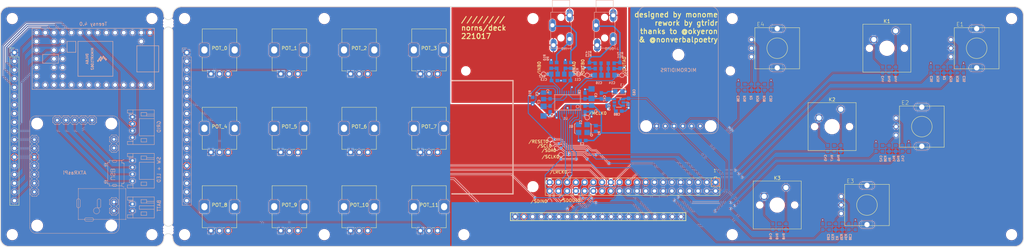
<source format=kicad_pcb>
(kicad_pcb (version 20211014) (generator pcbnew)
  (layers (0 "F.Cu" signal) (31 "B.Cu" signal) (34 "B.Paste" user) (35 "F.Paste" user) (36 "B.SilkS" user "B.Silkscreen") (37 "F.SilkS" user "F.Silkscreen") (38 "B.Mask" user) (39 "F.Mask" user) (44 "Edge.Cuts" user))
  (net 0 "")
  (net 1 "LRCK")
  (net 2 "SCLK")
  (net 3 "+3V3")
  (net 4 "GND")
  (net 5 "SDA")
  (net 6 "N$1")
  (net 7 "INA")
  (net 8 "INB")
  (net 9 "AGND")
  (net 10 "OUTA")
  (net 11 "OUTB")
  (net 12 "+5V")
  (net 13 "MCLK")
  (net 14 "R-CODEC")
  (net 15 "SDOUT")
  (net 16 "SDIN")
  (net 17 "SCL")
  (net 18 "TX")
  (net 19 "RX")
  (net 20 "N$19")
  (net 21 "N$18")
  (net 22 "A1")
  (net 23 "B1")
  (net 24 "B2")
  (net 25 "A2")
  (net 26 "B3")
  (net 27 "A3")
  (net 28 "K1")
  (net 29 "K2")
  (net 30 "K3")
  (net 31 "O_RESET")
  (net 32 "O_DC")
  (net 33 "CE0")
  (net 34 "SCK")
  (net 35 "MOSI")
  (net 36 "N$2")
  (net 37 "N$58")
  (net 38 "A5V")
  (net 39 "N$4")
  (net 40 "N$5")
  (net 41 "N$9")
  (net 42 "N$7")
  (net 43 "N$10")
  (net 44 "N$12")
  (net 45 "N$16")
  (net 46 "N$15")
  (net 47 "N$13")
  (net 48 "N$14")
  (net 49 "A4")
  (net 50 "B4")
  (net 51 "N$28")
  (net 52 "N$27")
  (net 53 "N$25")
  (net 54 "N$22")
  (net 55 "N$34")
  (net 56 "N$35")
  (net 57 "ATX1")
  (net 58 "ATX2")
  (net 59 "ATX3")
  (net 60 "p0")
  (net 61 "T+3v3")
  (net 62 "p1")
  (net 63 "p2")
  (net 64 "p3")
  (net 65 "p4")
  (net 66 "p5")
  (net 67 "p6")
  (net 68 "p7")
  (net 69 "p8")
  (net 70 "p9")
  (net 71 "p10")
  (net 72 "p11")
  (net 73 "BAT+")
  (net 74 "BAT-")
  (net 75 "AR0")
  (net 76 "AR1")
  (net 77 "AR2")
  (net 78 "AR3")
  (net 79 "AR6")
  (net 80 "AR7")
  (net 81 "AR8")
  (net 82 "AR9")
  (net 83 "AR10")
  (net 84 "AR11")
  (net 85 "SCL0")
  (net 86 "SDA0")
  (net 87 "AR12")
  (net 88 "AR13")
  (net 89 "BTN")
  (net 90 "LED+")
  (net 91 "LED-")
  (net 92 "SW+")
  (net 93 "SW-")
  (net 94 "BOOTOK")
  (footprint "" (layer "F.Cu") (at 49.6852 178.8478)
    (fp_text reference "")
    (fp_text value "")
  )
  (footprint "CUSTOM:Potentiometer_Alps_RK09K_Single_Vertical" (layer "F.Cu") (at 107.4952 154.8478 90)
    (fp_text reference "POT_4")
    (fp_text value "Potentiometer_Alps_RK09K_Single_Vertical" hide)
  )
  (footprint "norns-shield-211028:RASPI_BOARD_B+_EDGES_3DRILL" (layer "F.Cu") (at 262.7122 112.3578 180)
    (fp_text reference "X1" hide)
    (fp_text value "RASPI_BOARD_B+#_E3" hide)
  )
  (footprint "CUSTOM:Potentiometer_Alps_RK09K_Single_Vertical" (layer "F.Cu") (at 127.8152 154.8478 90)
    (fp_text reference "POT_5")
    (fp_text value "Potentiometer_Alps_RK09K_Single_Vertical" hide)
  )
  (footprint "CUSTOM:PEC11RN" (layer "F.Cu") (at 298.4122 170.2178 -90)
    (fp_text reference "E3")
    (fp_text value "ENC3")
    (fp_line (start -6.6 1.3) (end -6.6 -1.3) (layer "Edge.Cuts") (width 0.05))
    (fp_line (start -6.3 -1.6) (end -5.1 -1.6) (layer "Edge.Cuts") (width 0.05))
    (fp_line (start -4.8 -1.3) (end -4.8 1.3) (layer "Edge.Cuts") (width 0.05))
    (fp_line (start 4.83 1.3) (end 4.83 -1.3) (layer "Edge.Cuts") (width 0.05))
    (fp_line (start 5.13 -1.6) (end 6.33 -1.6) (layer "Edge.Cuts") (width 0.05))
    (fp_line (start 6.63 -1.3) (end 6.63 1.3) (layer "Edge.Cuts") (width 0.05))
    (fp_line (start 6.33 1.6) (end 5.13 1.6) (layer "Edge.Cuts") (width 0.05))
    (fp_line (start -5.1 1.6) (end -6.3 1.6) (layer "Edge.Cuts") (width 0.05))
    (fp_arc (start -6.6 -1.3) (mid -6.512132 -1.512132) (end -6.3 -1.6) (layer "Edge.Cuts") (width 0.05))
    (fp_arc (start 6.33 -1.6) (mid 6.542132 -1.512132) (end 6.63 -1.3) (layer "Edge.Cuts") (width 0.05))
    (fp_arc (start 5.13 1.6) (mid 4.917868 1.512132) (end 4.83 1.3) (layer "Edge.Cuts") (width 0.05))
    (fp_arc (start -5.1 -1.6) (mid -4.887868 -1.512132) (end -4.8 -1.3) (layer "Edge.Cuts") (width 0.05))
    (fp_arc (start -4.8 1.3) (mid -4.887868 1.512132) (end -5.1 1.6) (layer "Edge.Cuts") (width 0.05))
    (fp_arc (start 4.83 -1.3) (mid 4.917868 -1.512132) (end 5.13 -1.6) (layer "Edge.Cuts") (width 0.05))
    (fp_arc (start -6.3 1.6) (mid -6.512132 1.512132) (end -6.6 1.3) (layer "Edge.Cuts") (width 0.05))
    (fp_arc (start 6.63 1.3) (mid 6.542132 1.512132) (end 6.33 1.6) (layer "Edge.Cuts") (width 0.05))
  )
  (footprint "" (layer "F.Cu") (at 49.6852 115.8478)
    (fp_text reference "")
    (fp_text value "")
  )
  (footprint "CUSTOM:Potentiometer_Alps_RK09K_Single_Vertical" (layer "F.Cu") (at 107.4952 131.9878 90)
    (fp_text reference "POT_0")
    (fp_text value "Potentiometer_Alps_RK09K_Single_Vertical" hide)
  )
  (footprint "CUSTOM:Potentiometer_Alps_RK09K_Single_Vertical" (layer "F.Cu") (at 168.4552 131.9878 90)
    (fp_text reference "POT_3")
    (fp_text value "Potentiometer_Alps_RK09K_Single_Vertical" hide)
  )
  (footprint "CUSTOM:SW_Cherry_MX_1.00u_PCB_NARROW_OUTLINE" (layer "F.Cu") (at 304.2122 124.4978)
    (fp_text reference "K1")
    (fp_text value "SW_Cherry_MX_1.00u_PCB_NO_OUTLINE" hide)
  )
  (footprint "CUSTOM:Potentiometer_Alps_RK09K_Single_Vertical" (layer "F.Cu") (at 107.4952 177.7078 90)
    (fp_text reference "POT_8")
    (fp_text value "Potentiometer_Alps_RK09K_Single_Vertical" hide)
  )
  (footprint "CUSTOM:mounting hole" (layer "F.Cu") (at 259.2122 178.8578)
    (fp_text reference "MNT" hide)
    (fp_text value "" hide)
  )
  (footprint "panelization:mouse-bite-2.54mm-slot" (layer "F.Cu") (at 95.0802 117.2278 90)
    (fp_text reference "mouse-bite-2.54mm-slot" hide)
    (fp_text value "VAL**" hide)
  )
  (footprint "CUSTOM:PEC11RN" (layer "F.Cu") (at 272.2922 124.4978 -90)
    (fp_text reference "E4")
    (fp_text value "ENC4")
    (fp_line (start 6.63 -1.3) (end 6.63 1.3) (layer "Edge.Cuts") (width 0.05))
    (fp_line (start 6.33 1.6) (end 5.13 1.6) (layer "Edge.Cuts") (width 0.05))
    (fp_line (start -6.3 -1.6) (end -5.1 -1.6) (layer "Edge.Cuts") (width 0.05))
    (fp_line (start 4.83 1.3) (end 4.83 -1.3) (layer "Edge.Cuts") (width 0.05))
    (fp_line (start 5.13 -1.6) (end 6.33 -1.6) (layer "Edge.Cuts") (width 0.05))
    (fp_line (start -5.1 1.6) (end -6.3 1.6) (layer "Edge.Cuts") (width 0.05))
    (fp_line (start -4.8 -1.3) (end -4.8 1.3) (layer "Edge.Cuts") (width 0.05))
    (fp_line (start -6.6 1.3) (end -6.6 -1.3) (layer "Edge.Cuts") (width 0.05))
    (fp_arc (start 6.33 -1.6) (mid 6.542132 -1.512132) (end 6.63 -1.3) (layer "Edge.Cuts") (width 0.05))
    (fp_arc (start -6.6 -1.3) (mid -6.512132 -1.512132) (end -6.3 -1.6) (layer "Edge.Cuts") (width 0.05))
    (fp_arc (start 6.63 1.3) (mid 6.542132 1.512132) (end 6.33 1.6) (layer "Edge.Cuts") (width 0.05))
    (fp_arc (start -6.3 1.6) (mid -6.512132 1.512132) (end -6.6 1.3) (layer "Edge.Cuts") (width 0.05))
    (fp_arc (start -4.8 1.3) (mid -4.887868 1.512132) (end -5.1 1.6) (layer "Edge.Cuts") (width 0.05))
    (fp_arc (start 5.13 1.6) (mid 4.917868 1.512132) (end 4.83 1.3) (layer "Edge.Cuts") (width 0.05))
    (fp_arc (start 4.83 -1.3) (mid 4.917868 -1.512132) (end 5.13 -1.6) (layer "Edge.Cuts") (width 0.05))
    (fp_arc (start -5.1 -1.6) (mid -4.887868 -1.512132) (end -4.8 -1.3) (layer "Edge.Cuts") (width 0.05))
  )
  (footprint "CUSTOM:mounting hole" (layer "F.Cu") (at 181.1072 178.8578)
    (fp_text reference "MNT" hide)
    (fp_text value "" hide)
  )
  (footprint "CUSTOM:Potentiometer_Alps_RK09K_Single_Vertical" (layer "F.Cu") (at 127.8152 177.7078 90)
    (fp_text reference "POT_9")
    (fp_text value "Potentiometer_Alps_RK09K_Single_Vertical" hide)
  )
  (footprint "CUSTOM:mounting hole" (layer "F.Cu") (at 99.8352 115.8478)
    (fp_text reference "MNT" hide)
    (fp_text value "" hide)
  )
  (footprint "CUSTOM:Potentiometer_Alps_RK09K_Single_Vertical" (layer "F.Cu") (at 148.1352 154.8478 90)
    (fp_text reference "POT_6")
    (fp_text value "Potentiometer_Alps_RK09K_Single_Vertical" hide)
  )
  (footprint "norns-shield-210330:TP12R" (layer "F.Cu") (at 204.2922 132.0428 90)
    (fp_text reference "/INB0")
    (fp_text value "TPTP12R")
  )
  (footprint "norns-shield-210330:TP12R" (layer "F.Cu") (at 211.9122 161.2528 180)
    (fp_text reference "/LRCK0")
    (fp_text value "TPTP12R")
  )
  (footprint "" (layer "F.Cu") (at 90.3252 178.8478)
    (fp_text reference "")
    (fp_text value "")
  )
  (footprint "CUSTOM:Potentiometer_Alps_RK09K_Single_Vertical" (layer "F.Cu") (at 168.4552 154.8478 90)
    (fp_text reference "POT_7")
    (fp_text value "Potentiometer_Alps_RK09K_Single_Vertical" hide)
  )
  (footprint "" (layer "F.Cu") (at 140.4752 178.8478)
    (fp_text reference "")
    (fp_text value "")
  )
  (footprint "" (layer "F.Cu") (at 90.3252 115.8478)
    (fp_text reference "")
    (fp_text value "")
  )
  (footprint "panelization:mouse-bite-2.54mm-slot" (layer "F.Cu") (at 95.0802 177.4878 90)
    (fp_text reference "mouse-bite-2.54mm-slot" hide)
    (fp_text value "VAL**" hide)
  )
  (footprint "norns-shield-210330:TP12R" (layer "F.Cu") (at 209.3722 168.2378 180)
    (fp_text reference "/SDOUT0")
    (fp_text value "TPTP12R")
  )
  (footprint "norns-shield-210330:TP12R" (layer "F.Cu") (at 216.9922 144.7428 180)
    (fp_text reference "/MCLK0")
    (fp_text value "TPTP12R")
  )
  (footprint "norns-shield-211028:OLED-ALEPH" (layer "F.Cu") (at 220.1672 152.3628 180)
    (fp_text reference "U$1" hide)
    (fp_text value "OLED128X64")
  )
  (footprint "norns-shield-210330:TP12R" (layer "F.Cu") (at 214.4522 132.0428 90)
    (fp_text reference "/INA0")
    (fp_text value "TPTP12R")
  )
  (footprint "CUSTOM:PEC11RN" (layer "F.Cu") (at 314.3722 147.3578 -90)
    (fp_text reference "E2")
    (fp_text value "ENC2")
    (fp_line (start -4.8 -1.3) (end -4.8 1.3) (layer "Edge.Cuts") (width 0.05))
    (fp_line (start 4.83 1.3) (end 4.83 -1.3) (layer "Edge.Cuts") (width 0.05))
    (fp_line (start -6.3 -1.6) (end -5.1 -1.6) (layer "Edge.Cuts") (width 0.05))
    (fp_line (start -5.1 1.6) (end -6.3 1.6) (layer "Edge.Cuts") (width 0.05))
    (fp_line (start 6.33 1.6) (end 5.13 1.6) (layer "Edge.Cuts") (width 0.05))
    (fp_line (start 6.63 -1.3) (end 6.63 1.3) (layer "Edge.Cuts") (width 0.05))
    (fp_line (start 5.13 -1.6) (end 6.33 -1.6) (layer "Edge.Cuts") (width 0.05))
    (fp_line (start -6.6 1.3) (end -6.6 -1.3) (layer "Edge.Cuts") (width 0.05))
    (fp_arc (start -5.1 -1.6) (mid -4.887868 -1.512132) (end -4.8 -1.3) (layer "Edge.Cuts") (width 0.05))
    (fp_arc (start 6.33 -1.6) (mid 6.542132 -1.512132) (end 6.63 -1.3) (layer "Edge.Cuts") (width 0.05))
    (fp_arc (start -6.3 1.6) (mid -6.512132 1.512132) (end -6.6 1.3) (layer "Edge.Cuts") (width 0.05))
    (fp_arc (start -6.6 -1.3) (mid -6.512132 -1.512132) (end -6.3 -1.6) (layer "Edge.Cuts") (width 0.05))
    (fp_arc (start -4.8 1.3) (mid -4.887868 1.512132) (end -5.1 1.6) (layer "Edge.Cuts") (width 0.05))
    (fp_arc (start 4.83 -1.3) (mid 4.917868 -1.512132) (end 5.13 -1.6) (layer "Edge.Cuts") (width 0.05))
    (fp_arc (start 6.63 1.3) (mid 6.542132 1.512132) (end 6.33 1.6) (layer "Edge.Cuts") (width 0.05))
    (fp_arc (start 5.13 1.6) (mid 4.917868 1.512132) (end 4.83 1.3) (layer "Edge.Cuts") (width 0.05))
  )
  (footprint "CUSTOM:mounting hole" (layer "F.Cu") (at 99.8352 178.8478)
    (fp_text reference "MNT" hide)
    (fp_text value "" hide)
  )
  (footprint "CUSTOM:mounting hole" (layer "F.Cu") (at 340.4922 115.8578)
    (fp_text reference "MNT" hide)
    (fp_text value "" hide)
  )
  (footprint "CUSTOM:SW_Cherry_MX_1.00u_PCB_NARROW_OUTLINE" (layer "F.Cu") (at 272.2922 170.2178)
    (fp_text reference "K3")
    (fp_text value "SW_Cherry_MX_1.00u_PCB_NO_OUTLINE" hide)
  )
  (footprint "CUSTOM:Potentiometer_Alps_RK09K_Single_Vertical" (layer "F.Cu") (at 148.1352 177.7078 90)
    (fp_text reference "POT_10")
    (fp_text value "Potentiometer_Alps_RK09K_Single_Vertical" hide)
  )
  (footprint "CUSTOM:Potentiometer_Alps_RK09K_Single_Vertical" (layer "F.Cu") (at 127.8152 131.9878 90)
    (fp_text reference "POT_1")
    (fp_text value "Potentiometer_Alps_RK09K_Single_Vertical" hide)
  )
  (footprint "CUSTOM:MICROMIDITRS" (layer "F.Cu") (at 243.5428 130.8998 90)
    (fp_text reference "MICROMIDITRS")
    (fp_text value "MICROMIDITRS" hide)
  )
  (footprint "norns-shield-210330:TP12R" (layer "F.Cu") (at 208.1022 153.6328 -90)
    (fp_text reference "/SDA0")
    (fp_text value "TPTP12R")
  )
  (footprint "Connector_PinHeader_2.54mm:PinHeader_1x18_P2.54mm_Vertical" (layer "F.Cu") (at 50.3202 125.7578)
    (fp_text reference "REF**" hide)
    (fp_text value "PinHeader_1x18_P2.54mm_Vertical" hide)
  )
  (footprint "norns-shield-210330:TP12R" (layer "F.Cu") (at 206.0822 169.1386 180)
    (fp_text reference "/SDIN0")
    (fp_text value "TPTP12R")
  )
  (footprint "norns-shield-210330:TP12R" (layer "F.Cu") (at 209.3722 155.5378 -90)
    (fp_text reference "/SCLK0")
    (fp_text value "TPTP12R")
  )
  (footprint "CUSTOM:SW_Cherry_MX_1.00u_PCB_NARROW_OUTLINE" (layer "F.Cu") (at 288.2522 147.3578)
    (fp_text reference "K2")
    (fp_text value "SW_Cherry_MX_1.00u_PCB_NO_OUTLINE" hide)
  )
  (footprint "norns-shield-210330:TP12R" (layer "F.Cu") (at 227.1522 132.3603 90)
    (fp_text reference "/OUTA0")
    (fp_text value "TPTP12R")
  )
  (footprint "CUSTOM:Potentiometer_Alps_RK09K_Single_Vertical" (layer "F.Cu") (at 148.1352 131.9878 90)
    (fp_text reference "POT_2")
    (fp_text value "Potentiometer_Alps_RK09K_Single_Vertical" hide)
  )
  (footprint "norns-shield-210330:TP12R" (layer "F.Cu") (at 206.1972 151.0928)
    (fp_text reference "/RESET0")
    (fp_text value "TPTP12R")
  )
  (footprint "CUSTOM:mounting hole" (layer "F.Cu") (at 340.4922 178.8578)
    (fp_text reference "MNT" hide)
    (fp_text value "" hide)
  )
  (footprint "CUSTOM:PEC11RN" (layer "F.Cu") (at 330.3322 124.4978 -90)
    (fp_text reference "E1")
    (fp_text value "ENC1")
    (fp_line (start 4.83 1.3) (end 4.83 -1.3) (layer "Edge.Cuts") (width 0.05))
    (fp_line (start 6.33 1.6) (end 5.13 1.6) (layer "Edge.Cuts") (width 0.05))
    (fp_line (start -4.8 -1.3) (end -4.8 1.3) (layer "Edge.Cuts") (width 0.05))
    (fp_line (start -6.3 -1.6) (end -5.1 -1.6) (layer "Edge.Cuts") (width 0.05))
    (fp_line (start 5.13 -1.6) (end 6.33 -1.6) (layer "Edge.Cuts") (width 0.05))
    (fp_line (start -5.1 1.6) (end -6.3 1.6) (layer "Edge.Cuts") (width 0.05))
    (fp_line (start 6.63 -1.3) (end 6.63 1.3) (layer "Edge.Cuts") (width 0.05))
    (fp_line (start -6.6 1.3) (end -6.6 -1.3) (layer "Edge.Cuts") (width 0.05))
    (fp_arc (start 6.33 -1.6) (mid 6.542132 -1.512132) (end 6.63 -1.3) (layer "Edge.Cuts") (width 0.05))
    (fp_arc (start 4.83 -1.3) (mid 4.917868 -1.512132) (end 5.13 -1.6) (layer "Edge.Cuts") (width 0.05))
    (fp_arc (start 5.13 1.6) (mid 4.917868 1.512132) (end 4.83 1.3) (layer "Edge.Cuts") (width 0.05))
    (fp_arc (start 6.63 1.3) (mid 6.542132 1.512132) (end 6.33 1.6) (layer "Edge.Cuts") (width 0.05))
    (fp_arc (start -4.8 1.3) (mid -4.887868 1.512132) (end -5.1 1.6) (layer "Edge.Cuts") (width 0.05))
    (fp_arc (start -6.3 1.6) (mid -6.512132 1.512132) (end -6.6 1.3) (layer "Edge.Cuts") (width 0.05))
    (fp_arc (start -6.6 -1.3) (mid -6.512132 -1.512132) (end -6.3 -1.6) (layer "Edge.Cuts") (width 0.05))
    (fp_arc (start -5.1 -1.6) (mid -4.887868 -1.512132) (end -4.8 -1.3) (layer "Edge.Cuts") (width 0.05))
  )
  (footprint "norns-shield-210330:TP12R" (layer "F.Cu") (at 216.9922 132.3603 90)
    (fp_text reference "/OUTB0")
    (fp_text value "TPTP12R")
  )
  (footprint "" (layer "F.Cu") (at 140.4752 115.8478)
    (fp_text reference "")
    (fp_text value "")
  )
  (footprint "CUSTOM:Potentiometer_Alps_RK09K_Single_Vertical" (layer "F.Cu") (at 168.4552 177.7078 90)
    (fp_text reference "POT_11")
    (fp_text value "Potentiometer_Alps_RK09K_Single_Vertical" hide)
  )
  (footprint "norns-shield-210330:TP12R" (layer "F.Cu") (at 206.8322 152.3628 -90)
    (fp_text reference "/SCL0")
    (fp_text value "TPTP12R")
  )
  (footprint "norns-shield-210330:JACK4832.2330" (layer "B.Cu") (at 209.3722 114.8978)
    (fp_text reference "J-IN0")
    (fp_text value "JACK-TRS-SW" hide)
  )
  (footprint "norns-shield:C0603" (layer "B.Cu") (at 301.0372 153.7078 90)
    (fp_text reference "C42")
    (fp_text value "10n")
  )
  (footprint "norns-shield-210330:R0603" (layer "B.Cu") (at 210.6422 129.5028 90)
    (fp_text reference "R8")
    (fp_text value "10k")
  )
  (footprint "norns-shield-210330:R0603" (layer "B.Cu") (at 220.1672 130.4553 180)
    (fp_text reference "R13")
    (fp_text value "10k")
  )
  (footprint "norns-shield:R0603" (layer "B.Cu") (at 288.8872 153.7078 -90)
    (fp_text reference "R47")
    (fp_text value "10k")
  )
  (footprint "norns-shield:R0603" (layer "B.Cu") (at 293.1362 176.5678 -90)
    (fp_text reference "R34")
    (fp_text value "10k")
  )
  (footprint "norns-shield-210330:R0603" (layer "B.Cu") (at 219.5322 147.9178 -90)
    (fp_text reference "R1")
    (fp_text value "10k")
  )
  (footprint "norns-shield:C0603" (layer "B.Cu") (at 316.9972 130.8478 90)
    (fp_text reference "C36")
    (fp_text value "10n")
  )
  (footprint "norns-shield:R0603" (layer "B.Cu") (at 318.9022 130.8478 -90)
    (fp_text reference "R26")
    (fp_text value "10k")
  )
  (footprint "Connector_PinSocket_2.54mm:PinSocket_1x18_P2.54mm_Vertical" (layer "B.Cu") (at 100.4702 125.7578 180)
    (fp_text reference "DAUGHTERBOARD" hide)
    (fp_text value "PinSocket_1x18_P2.54mm_Vertical" hide)
  )
  (footprint "norns-shield-210330:C0603" (layer "B.Cu") (at 216.3572 138.3928 90)
    (fp_text reference "C8")
    (fp_text value "100n")
  )
  (footprint "norns-shield:C0603" (layer "B.Cu") (at 270.5072 135.8478 90)
    (fp_text reference "C35")
    (fp_text value "10n")
  )
  (footprint "norns-shield:R0603" (layer "B.Cu") (at 289.3262 176.5678 -90)
    (fp_text reference "R3")
    (fp_text value "10k")
  )
  (footprint "norns-shield:R0603" (layer "B.Cu") (at 272.9272 176.5678 -90)
    (fp_text reference "R49")
    (fp_text value "10k")
  )
  (footprint "norns-shield-210330:C1206" (layer "B.Cu") (at 218.2622 137.7578 90)
    (fp_text reference "C9")
    (fp_text value "47u")
  )
  (footprint "norns-shield:R0603" (layer "B.Cu") (at 287.4212 176.5678 -90)
    (fp_text reference "R32")
    (fp_text value "10k")
  )
  (footprint "norns-shield:R0603" (layer "B.Cu") (at 302.9422 153.7078 -90)
    (fp_text reference "R38")
    (fp_text value "10k")
  )
  (footprint "norns-shield:R0603" (layer "B.Cu") (at 320.8072 130.8478 -90)
    (fp_text reference "R2")
    (fp_text value "10k")
  )
  (footprint "norns-shield:R0603" (layer "B.Cu") (at 266.6972 135.8478 -90)
    (fp_text reference "R29")
    (fp_text value "10k")
  )
  (footprint "Connector_JST:JST_PH_S4B-PH-K_1x04_P2.00mm_Horizontal" (layer "B.Cu") (at 84.6662 157.2362 -90)
    (fp_text reference "SW + LED")
    (fp_text value "JST_PH_S4B-PH-K_1x04_P2.00mm_Horizontal" hide)
  )
  (footprint "norns-shield-210330:C0603" (layer "B.Cu") (at 206.1972 142.2028 -90)
    (fp_text reference "C6")
    (fp_text value "100n")
  )
  (footprint "norns-shield:R0603" (layer "B.Cu") (at 291.2312 176.5678 -90)
    (fp_text reference "R35")
    (fp_text value "10k")
  )
  (footprint "norns-shield-210330:C0805" (layer "B.Cu") (at 211.2772 132.0428 180)
    (fp_text reference "C10")
    (fp_text value "10u")
  )
  (footprint "norns-shield-210330:C0805" (layer "B.Cu") (at 220.1672 132.3603)
    (fp_text reference "C16")
    (fp_text value "3.3u")
  )
  (footprint "norns-shield:R0603" (layer "B.Cu") (at 264.7922 135.8478 -90)
    (fp_text reference "R2")
    (fp_text value "10k")
  )
  (footprint "norns-shield:R0603" (layer "B.Cu") (at 308.6572 153.7078 -90)
    (fp_text reference "R40")
    (fp_text value "10k")
  )
  (footprint "norns-shield-210330:C0603" (layer "B.Cu") (at 216.3572 142.2028 -90)
    (fp_text reference "C1")
    (fp_text value "100n")
  )
  (footprint "norns-shield-210330:TSSOP24" (layer "B.Cu") (at 211.2772 140.2978 180)
    (fp_text reference "U1")
    (fp_text value "CS4270")
  )
  (footprint "norns-shield-210330:C1206" (layer "B.Cu") (at 204.2922 142.8378 -90)
    (fp_text reference "C7")
    (fp_text value "47u")
  )
  (footprint "norns-shield:R0603" (layer "B.Cu") (at 268.6022 135.8478 -90)
    (fp_text reference "R28")
    (fp_text value "10k")
  )
  (footprint "norns-shield:R0603" (layer "B.Cu") (at 306.7522 130.8478 90)
    (fp_text reference "R44")
    (fp_text value "10k")
  )
  (footprint "norns-shield:R0603" (layer "B.Cu") (at 306.7522 153.7078 -90)
    (fp_text reference "R41")
    (fp_text value "10k")
  )
  (footprint "norns-shield-210330:C0603" (layer "B.Cu") (at 211.2772 133.9478 180)
    (fp_text reference "C11")
    (fp_text value "220p COG")
  )
  (footprint "norns-shield:R0603" (layer "B.Cu") (at 262.8872 135.8478 -90)
    (fp_text reference "R26")
    (fp_text value "10k")
  )
  (footprint "norns-shield-210330:C0603" (layer "B.Cu") (at 226.5172 129.5028 -90)
    (fp_text reference "C15")
    (fp_text value "2700p COG")
  )
  (footprint "norns-shield:C0603" (layer "B.Cu") (at 295.0412 176.5678 90)
    (fp_text reference "C38")
    (fp_text value "10n")
  )
  (footprint "norns-shield-210330:C0805" (layer "B.Cu") (at 223.9772 132.3603 180)
    (fp_text reference "C14")
    (fp_text value "3.3u")
  )
  (footprint "norns-shield-210330:SSOP6" (layer "B.Cu") (at 226.1997 140.2978 -90)
    (fp_text reference "U11")
    (fp_text value "TPS793")
  )
  (footprint "norns-shield-210330:C0603" (layer "B.Cu") (at 221.1197 138.3928 90)
    (fp_text reference "C47")
    (fp_text value "100n")
  )
  (footprint "norns-shield-210330:C0603" (layer "B.Cu") (at 217.6272 129.5028 -90)
    (fp_text reference "C17")
    (fp_text value "2700p COG")
  )
  (footprint "norns-shield:C0603" (layer "B.Cu") (at 302.9422 130.8478 90)
    (fp_text reference "C44")
    (fp_text value "10n")
  )
  (footprint "norns-shield-210330:R0603" (layer "B.Cu") (at 223.9772 128.8678)
    (fp_text reference "R12")
    (fp_text value "590")
  )
  (footprint "norns-shield-210330:R0603" (layer "B.Cu") (at 220.1672 128.8678 180)
    (fp_text reference "R14")
    (fp_text value "590")
  )
  (footprint "norns-shield:C0603" (layer "B.Cu") (at 310.5622 153.7078 90)
    (fp_text reference "C41")
    (fp_text value "10n")
  )
  (footprint "norns-shield:C0603" (layer "B.Cu") (at 286.9822 153.7078 90)
    (fp_text reference "C45")
    (fp_text value "10n")
  )
  (footprint "norns-shield:R0603" (layer "B.Cu") (at 322.7122 130.8478 -90)
    (fp_text reference "R29")
    (fp_text value "10k")
  )
  (footprint "norns-shield:R0603" (layer "B.Cu") (at 304.8472 130.8478 -90)
    (fp_text reference "R45")
    (fp_text value "10k")
  )
  (footprint "norns-shield:R0603" (layer "B.Cu") (at 290.7922 153.7078 90)
    (fp_text reference "R46")
    (fp_text value "10k")
  )
  (footprint "norns-shield-210330:R0603" (layer "B.Cu") (at 223.9772 130.4553)
    (fp_text reference "R11")
    (fp_text value "10k")
  )
  (footprint "norns-shield-210330:C0603" (layer "B.Cu") (at 229.0572 139.9803 -90)
    (fp_text reference "C63")
    (fp_text value "100n")
  )
  (footprint "norns-shield-210330:R0603" (layer "B.Cu") (at 208.1022 129.5028 90)
    (fp_text reference "R9")
    (fp_text value "4.99k")
  )
  (footprint "norns-shield:C0603" (layer "B.Cu") (at 271.0222 176.5678 90)
    (fp_text reference "C46")
    (fp_text value "10n")
  )
  (footprint "norns-shield-210330:C0805" (layer "B.Cu") (at 218.2622 142.2028 -90)
    (fp_text reference "C2")
    (fp_text value "10u")
  )
  (footprint "norns-shield-210330:JACK4832.2330" (layer "B.Cu") (at 222.0722 114.8978)
    (fp_text reference "J-OUT0")
    (fp_text value "JACK-TRS-SW" hide)
  )
  (footprint "norns-shield-210330:C0805" (layer "B.Cu") (at 204.2922 138.3928 90)
    (fp_text reference "C5")
    (fp_text value "10u")
  )
  (footprint "norns-shield:R0603" (layer "B.Cu") (at 324.6172 130.8478 -90)
    (fp_text reference "R28")
    (fp_text value "10k")
  )
  (footprint "norns-shield-210330:C0603" (layer "B.Cu") (at 226.1997 142.8378)
    (fp_text reference "C88")
    (fp_text value "10n")
  )
  (footprint "norns-shield:C0603" (layer "B.Cu") (at 260.9822 135.8478 90)
    (fp_text reference "C36")
    (fp_text value "10n")
  )
  (footprint "norns-shield:R0603" (layer "B.Cu") (at 304.8472 153.7078 -90)
    (fp_text reference "R4")
    (fp_text value "10k")
  )
  (footprint "norns-shield-210330:R0603" (layer "B.Cu") (at 201.1172 139.6628 -90)
    (fp_text reference "R15")
    (fp_text value "10k")
  )
  (footprint "CUSTOM:ATXRaspi" (layer "B.Cu") (at 67.841 161.3178 180)
    (fp_text reference "ATXRasPi")
    (fp_text value "ATXRaspi")
  )
  (footprint "Connector_JST:JST_PH_S2B-PH-K_1x02_P2.00mm_Horizontal" (layer "B.Cu") (at 84.6662 169.9362 -90)
    (fp_text reference "BATT")
    (fp_text value "JST_PH_S2B-PH-K_1x02_P2.00mm_Horizontal" hide)
  )
  (footprint "norns-shield-210330:L0805" (layer "B.Cu") (at 226.1997 137.1228)
    (fp_text reference "L3")
    (fp_text value "FERRITE")
  )
  (footprint "norns-shield-210330:R0603" (layer "B.Cu") (at 206.5147 129.5028 90)
    (fp_text reference "R10")
    (fp_text value "10k")
  )
  (footprint "norns-shield-210330:C0603" (layer "B.Cu") (at 215.7222 151.4103 180)
    (fp_text reference "C3")
    (fp_text value "10n")
  )
  (footprint "Connector_JST:JST_PH_S4B-PH-K_1x04_P2.00mm_Horizontal" (layer "B.Cu") (at 84.6662 144.5362 -90)
    (fp_text reference "GRID")
    (fp_text value "JST_PH_S4B-PH-K_1x04_P2.00mm_Horizontal" hide)
  )
  (footprint "norns-shield-210330:C0805" (layer "B.Cu") (at 223.0247 140.2978 -90)
    (fp_text reference "C43")
    (fp_text value "10u")
  )
  (footprint "norns-shield:R0603" (layer "B.Cu") (at 274.8322 176.5678 90)
    (fp_text reference "R48")
    (fp_text value "10k")
  )
  (footprint "norns-shield:C0603" (layer "B.Cu") (at 326.5222 130.8478 90)
    (fp_text reference "C35")
    (fp_text value "10n")
  )
  (footprint "norns-shield-210330:C0805" (layer "B.Cu") (at 207.4672 132.0428)
    (fp_text reference "C12")
    (fp_text value "10u")
  )
  (footprint "norns-shield-210330:ASF" (layer "B.Cu") (at 215.7222 147.9178 180)
    (fp_text reference "Q1")
    (fp_text value "ASFL-12.288mhz")
  )
  (footprint "norns-shield-210330:C0603" (layer "B.Cu") (at 207.4672 133.9478)
    (fp_text reference "C13")
    (fp_text value "220p COG")
  )
  (footprint "teensy:Teensy40" (layer "B.Cu") (at 73.249962 127.5878 180)
    (fp_text reference "Teensy 4.0")
    (fp_text value "Teensy 4.0")
  )
  (footprint "norns-shield-210330:R0603" (layer "B.Cu") (at 212.2297 129.5028 90)
    (fp_text reference "R7")
    (fp_text value "4.99k")
  )
  (footprint "norns-shield:C0603" (layer "B.Cu") (at 285.5162 176.5678 90)
    (fp_text reference "C39")
    (fp_text value "10n")
  )
  (footprint "norns-shield-210330:C0603" (layer "B.Cu") (at 206.1972 138.3928 90)
    (fp_text reference "C4")
    (fp_text value "100n")
  )
  (gr_line (start 177.6222 166.9678) (end 195.4022 166.9678) (layer "B.SilkS") (width 0.4064))
  (gr_line (start 195.4022 133.9478) (end 177.6222 133.9478) (layer "B.SilkS") (width 0.4064))
  (gr_line (start 195.4022 166.9678) (end 195.4022 133.9478) (layer "B.SilkS") (width 0.4064))
  (gr_circle (center 218.2622 149.8228) (end 218.5797 149.8228) (layer "B.SilkS") (width 0.254) (fill none))
  (gr_arc (start 96.3502 175.1578) (mid 95.0802 176.4278) (end 93.8102 175.1578) (layer "Edge.Cuts") (width 0.15))
  (gr_line (start 48.7402 182.3578) (end 91.2702 182.3578) (layer "Edge.Cuts") (width 0.15))
  (gr_arc (start 93.8102 179.8178) (mid 95.0802 178.5478) (end 96.3502 179.8178) (layer "Edge.Cuts") (width 0.15))
  (gr_arc (start 91.2702 112.3578) (mid 93.066251 113.101749) (end 93.8102 114.8978) (layer "Edge.Cuts") (width 0.15))
  (gr_line (start 48.7402 112.3578) (end 91.2702 112.3578) (layer "Edge.Cuts") (width 0.15))
  (gr_line (start 341.4442 112.3578) (end 98.8902 112.3578) (layer "Edge.Cuts") (width 0.15))
  (gr_arc (start 48.7402 182.3578) (mid 46.944149 181.613851) (end 46.2002 179.8178) (layer "Edge.Cuts") (width 0.15))
  (gr_arc (start 98.8902 182.3578) (mid 97.094149 181.613851) (end 96.3502 179.8178) (layer "Edge.Cuts") (width 0.15))
  (gr_line (start 96.3502 119.5578) (end 96.3502 175.1578) (layer "Edge.Cuts") (width 0.15))
  (gr_line (start 93.8102 175.1578) (end 93.8102 119.5578) (layer "Edge.Cuts") (width 0.15))
  (gr_arc (start 93.8102 179.8178) (mid 93.066251 181.613851) (end 91.2702 182.3578) (layer "Edge.Cuts") (width 0.15))
  (gr_arc (start 343.9842 179.8178) (mid 343.240251 181.613851) (end 341.4442 182.3578) (layer "Edge.Cuts") (width 0.15))
  (gr_line (start 98.8902 182.3578) (end 341.4442 182.3578) (layer "Edge.Cuts") (width 0.15))
  (gr_line (start 343.9842 179.8178) (end 343.9842 114.8978) (layer "Edge.Cuts") (width 0.15))
  (gr_arc (start 341.4442 112.3578) (mid 343.240251 113.101749) (end 343.9842 114.8978) (layer "Edge.Cuts") (width 0.15))
  (gr_arc (start 46.2002 114.8978) (mid 46.944149 113.101749) (end 48.7402 112.3578) (layer "Edge.Cuts") (width 0.15))
  (gr_line (start 46.2002 114.8978) (end 46.2002 179.8178) (layer "Edge.Cuts") (width 0.15))
  (gr_arc (start 96.3502 114.8978) (mid 95.0802 116.1678) (end 93.8102 114.8978) (layer "Edge.Cuts") (width 0.15))
  (gr_arc (start 96.3502 114.8978) (mid 97.094149 113.101749) (end 98.8902 112.3578) (layer "Edge.Cuts") (width 0.15))
  (gr_arc (start 93.8102 119.5578) (mid 95.0802 118.2878) (end 96.3502 119.5578) (layer "Edge.Cuts") (width 0.15))
  (gr_text "////////\nnorns/deck\n221017" (at 180.1622 121.8828) (layer "F.SilkS") (effects (font (size 1.5113 1.5113) (thickness 0.2667)) (justify left bottom)))
  (gr_text "designed by monome\nrework by gtridr\nthanks to @okyeron\n& @nonverbalpoetry" (at 255.1622 122.8828) (layer "F.SilkS") (effects (font (size 1.5113 1.5113) (thickness 0.2667)) (justify right bottom)))
  (segment (start 56.0542 153.6978) (end 50.3202 153.6978) (width 0.25) (layer "F.Cu") (net 0))
  (segment (start 290.7922 142.2778) (end 290.7922 152.8578) (width 0.25) (layer "B.Cu") (net 0))
  (segment (start 274.8322 175.7178) (end 272.9272 175.7178) (width 0.254) (layer "B.Cu") (net 0))
  (segment (start 274.8322 175.7178) (end 274.8322 165.1378) (width 0.254) (layer "B.Cu") (net 0))
  (segment (start 290.7922 152.8578) (end 288.8872 152.8578) (width 0.254) (layer "B.Cu") (net 0))
  (segment (start 211.9122 162.8378) (end 211.1622 163.5878) (width 0.254) (layer "F.Cu") (net 1))
  (segment (start 211.9122 161.2528) (end 211.9122 162.8378) (width 0.254) (layer "F.Cu") (net 1))
  (segment (start 211.9122 146.0128) (end 211.9122 154.2678) (width 0.254) (layer "B.Cu") (net 1))
  (segment (start 214.2022 144.3578) (end 213.8172 144.7428) (width 0.254) (layer "B.Cu") (net 1))
  (segment (start 211.9122 154.2678) (end 212.5472 154.9028) (width 0.254) (layer "B.Cu") (net 1))
  (segment (start 211.1622 163.5878) (end 211.1622 162.6378) (width 0.254) (layer "B.Cu") (net 1))
  (segment (start 214.2022 143.2156) (end 214.2022 144.3578) (width 0.254) (layer "B.Cu") (net 1))
  (segment (start 213.8172 144.7428) (end 213.1822 144.7428) (width 0.254) (layer "B.Cu") (net 1))
  (segment (start 212.5472 154.9028) (end 212.5472 161.2528) (width 0.254) (layer "B.Cu") (net 1))
  (segment (start 213.1822 144.7428) (end 211.9122 146.0128) (width 0.254) (layer "B.Cu") (net 1))
  (segment (start 211.1622 162.6378) (end 212.5472 161.2528) (width 0.254) (layer "B.Cu") (net 1))
  (segment (start 215.7222 155.5378) (end 216.9922 156.8078) (width 0.254) (layer "F.Cu") (net 2))
  (segment (start 209.3722 155.5378) (end 211.5947 155.5378) (width 0.254) (layer "F.Cu") (net 2))
  (segment (start 211.5947 155.5378) (end 215.7222 155.5378) (width 0.254) (layer "F.Cu") (net 2))
  (via (at 211.5947 155.5378) (size 0.6604) (drill 0.254) (layers "F.Cu" "B.Cu") (net 2))
  (via (at 216.9922 156.8078) (size 0.6604) (drill 0.254) (layers "F.Cu" "B.Cu") (net 2))
  (segment (start 233.5022 167.6028) (end 240.1672 167.6028) (width 0.254) (layer "B.Cu") (net 2))
  (segment (start 219.5322 159.3478) (end 229.53345 159.3478) (width 0.254) (layer "B.Cu") (net 2))
  (segment (start 212.9022 143.2156) (end 212.9022 144.0703) (width 0.254) (layer "B.Cu") (net 2))
  (segment (start 232.70845 166.80905) (end 233.5022 167.6028) (width 0.254) (layer "B.Cu") (net 2))
  (segment (start 229.53345 159.3478) (end 232.70845 162.5228) (width 0.254) (layer "B.Cu") (net 2))
  (segment (start 240.1672 167.6028) (end 241.6422 166.1278) (width 0.254) (layer "B.Cu") (net 2))
  (segment (start 216.9922 156.8078) (end 219.5322 159.3478) (width 0.254) (layer "B.Cu") (net 2))
  (segment (start 211.2772 145.6953) (end 211.2772 155.2203) (width 0.254) (layer "B.Cu") (net 2))
  (segment (start 232.70845 162.5228) (end 232.70845 166.80905) (width 0.254) (layer "B.Cu") (net 2))
  (segment (start 212.9022 144.0703) (end 211.2772 145.6953) (width 0.254) (layer "B.Cu") (net 2))
  (segment (start 211.2772 155.2203) (end 211.5947 155.5378) (width 0.254) (layer "B.Cu") (net 2))
  (segment (start 221.1197 149.1878) (end 221.1197 143.4728) (width 0.4064) (layer "B.Cu") (net 3))
  (segment (start 210.3022 143.2156) (end 210.3022 141.5903) (width 0.254) (layer "B.Cu") (net 3))
  (segment (start 215.9372 140.9328) (end 216.3572 141.3528) (width 0.254) (layer "B.Cu") (net 3))
  (segment (start 253.02595 164.90405) (end 254.3422 163.5878) (width 0.254) (layer "B.Cu") (net 3))
  (segment (start 230.4678 149.1878) (end 232.3084 151.0284) (width 0.4064) (layer "B.Cu") (net 3))
  (segment (start 234.0222 163.5878) (end 235.33845 164.90405) (width 0.254) (layer "B.Cu") (net 3))
  (segment (start 212.2522 140.9328) (end 215.9372 140.9328) (width 0.254) (layer "B.Cu") (net 3))
  (segment (start 218.8997 141.2528) (end 218.2622 141.2528) (width 0.4064) (layer "B.Cu") (net 3))
  (segment (start 218.1622 141.3528) (end 218.2622 141.2528) (width 0.4064) (layer "B.Cu") (net 3))
  (segment (start 232.3084 151.0284) (end 241.7828 151.0284) (width 0.4064) (layer "B.Cu") (net 3))
  (segment (start 216.5722 151.4103) (end 218.8972 151.4103) (width 0.4064) (layer "B.Cu") (net 3))
  (segment (start 219.2322 146.7678) (end 219.5322 147.0678) (width 0.254) (layer "B.Cu") (net 3))
  (segment (start 218.8972 151.4103) (end 221.1197 149.1878) (width 0.4064) (layer "B.Cu") (net 3))
  (segment (start 221.1197 149.1878) (end 230.4678 149.1878) (width 0.4064) (layer "B.Cu") (net 3))
  (segment (start 219.5322 147.0678) (end 221.1197 147.0678) (width 0.254) (layer "B.Cu") (net 3))
  (segment (start 210.9597 140.9328) (end 212.2522 140.9328) (width 0.254) (layer "B.Cu") (net 3))
  (segment (start 216.3572 141.3528) (end 218.1622 141.3528) (width 0.4064) (layer "B.Cu") (net 3))
  (segment (start 210.3022 141.5903) (end 210.9597 140.9328) (width 0.254) (layer "B.Cu") (net 3))
  (segment (start 221.1197 143.4728) (end 218.8997 141.2528) (width 0.4064) (layer "B.Cu") (net 3))
  (segment (start 216.9722 146.7678) (end 219.2322 146.7678) (width 0.254) (layer "B.Cu") (net 3))
  (segment (start 241.7828 151.0284) (end 254.3422 163.5878) (width 0.4064) (layer "B.Cu") (net 3))
  (segment (start 235.33845 164.90405) (end 253.02595 164.90405) (width 0.254) (layer "B.Cu") (net 3))
  (segment (start 212.2522 143.2156) (end 212.2522 140.9328) (width 0.254) (layer "B.Cu") (net 3))
  (via (at 218.2622 144.4253) (size 0.7874) (drill 0.381) (layers "F.Cu" "B.Cu") (net 4))
  (via (at 201.1172 140.9328) (size 0.7874) (drill 0.381) (layers "F.Cu" "B.Cu") (net 4))
  (via (at 223.0247 142.2028) (size 0.9064) (drill 0.5) (layers "F.Cu" "B.Cu") (net 4))
  (via (at 211.2772 141.8853) (size 0.7874) (drill 0.381) (layers "F.Cu" "B.Cu") (net 4))
  (via (at 229.0572 141.8853) (size 0.9064) (drill 0.5) (layers "F.Cu" "B.Cu") (net 4))
  (via (at 228.1047 137.1228) (size 0.9064) (drill 0.5) (layers "F.Cu" "B.Cu") (net 4))
  (via (at 316.9972 128.8478) (size 0.6604) (drill 0.254) (layers "F.Cu" "B.Cu") (net 4))
  (via (at 260.9822 133.8478) (size 0.6604) (drill 0.254) (layers "F.Cu" "B.Cu") (net 4))
  (via (at 214.4722 151.4103) (size 0.7874) (drill 0.381) (layers "F.Cu" "B.Cu") (net 4))
  (via (at 326.5222 128.8478) (size 0.6604) (drill 0.254) (layers "F.Cu" "B.Cu") (net 4))
  (via (at 270.5072 133.8478) (size 0.6604) (drill 0.254) (layers "F.Cu" "B.Cu") (net 4))
  (via (at 301.0372 151.7078) (size 0.6604) (drill 0.254) (layers "F.Cu" "B.Cu") (net 4))
  (via (at 310.5622 151.7078) (size 0.6604) (drill 0.254) (layers "F.Cu" "B.Cu") (net 4))
  (via (at 285.5162 174.5678) (size 0.6604) (drill 0.254) (layers "F.Cu" "B.Cu") (net 4))
  (via (at 208.1022 144.7428) (size 0.7874) (drill 0.381) (layers "F.Cu" "B.Cu") (net 4))
  (via (at 295.0412 174.5678) (size 0.6604) (drill 0.254) (layers "F.Cu" "B.Cu") (net 4))
  (segment (start 207.7022 143.2156) (end 207.7022 144.3428) (width 0.254) (layer "B.Cu") (net 4))
  (segment (start 218.1622 143.0528) (end 218.2622 143.1528) (width 0.4064) (layer "B.Cu") (net 4))
  (segment (start 310.5622 152.8578) (end 310.5622 151.7078) (width 0.25) (layer "B.Cu") (net 4))
  (segment (start 227.4997 140.2978) (end 228.5247 140.2978) (width 0.4064) (layer "B.Cu") (net 4))
  (segment (start 211.6022 142.2103) (end 211.2772 141.8853) (width 0.254) (layer "B.Cu") (net 4))
  (segment (start 211.6022 143.2156) (end 211.6022 142.2103) (width 0.254) (layer "B.Cu") (net 4))
  (segment (start 227.0497 142.8378) (end 228.1047 142.8378) (width 0.4064) (layer "B.Cu") (net 4))
  (segment (start 201.1172 140.5128) (end 201.1172 140.9328) (width 0.254) (layer "B.Cu") (net 4))
  (segment (start 285.5162 174.5678) (end 285.5162 175.7178) (width 0.254) (layer "B.Cu") (net 4))
  (segment (start 202.0697 139.5603) (end 202.0697 137.4403) (width 0.254) (layer "B.Cu") (net 4))
  (segment (start 207.1497 136.1703) (end 207.7022 136.7228) (width 0.254) (layer "B.Cu") (net 4))
  (segment (start 201.1172 140.5128) (end 202.0697 139.5603) (width 0.254) (layer "B.Cu") (net 4))
  (segment (start 229.0572 140.8303) (end 229.0572 141.8853) (width 0.4064) (layer "B.Cu") (net 4))
  (segment (start 301.0372 151.7078) (end 301.0372 152.8578) (width 0.254) (layer "B.Cu") (net 4))
  (segment (start 268.4822 173.1778) (end 271.0222 175.7178) (width 0.25) (layer "B.Cu") (net 4))
  (segment (start 218.2622 143.1528) (end 218.2622 144.4253) (width 0.254) (layer "B.Cu") (net 4))
  (segment (start 302.9422 129.9978) (end 300.4022 127.4578) (width 0.254) (layer "B.Cu") (net 4))
  (segment (start 216.3572 143.0528) (end 218.1622 143.0528) (width 0.4064) (layer "B.Cu") (net 4))
  (segment (start 214.4722 151.3903) (end 214.4722 149.0678) (width 0.254) (layer "B.Cu") (net 4))
  (segment (start 295.0412 174.5678) (end 295.0412 175.7178) (width 0.254) (layer "B.Cu") (net 4))
  (segment (start 207.7022 144.3428) (end 208.1022 144.7428) (width 0.254) (layer "B.Cu") (net 4))
  (segment (start 316.9972 128.8478) (end 316.9972 129.9978) (width 0.254) (layer "B.Cu") (net 4))
  (segment (start 208.3522 143.2156) (end 208.3522 144.4928) (width 0.254) (layer "B.Cu") (net 4))
  (segment (start 228.1047 142.8378) (end 229.0572 141.8853) (width 0.4064) (layer "B.Cu") (net 4))
  (segment (start 300.4022 127.4578) (end 300.4022 121.9578) (width 0.254) (layer "B.Cu") (net 4))
  (segment (start 228.5247 140.2978) (end 229.0572 140.8303) (width 0.4064) (layer "B.Cu") (net 4))
  (segment (start 227.2157 137.1228) (end 228.1047 137.1228) (width 0.4064) (layer "B.Cu") (net 4))
  (segment (start 268.4822 167.6778) (end 268.4822 173.1778) (width 0.25) (layer "B.Cu") (net 4))
  (segment (start 286.9822 152.8578) (end 284.4422 150.3178) (width 0.25) (layer "B.Cu") (net 4))
  (segment (start 270.5072 133.8478) (end 270.5072 134.9978) (width 0.254) (layer "B.Cu") (net 4))
  (segment (start 207.7022 136.7228) (end 207.7022 137.38) (width 0.254) (layer "B.Cu") (net 4))
  (segment (start 208.3522 144.4928) (end 208.1022 144.7428) (width 0.254) (layer "B.Cu") (net 4))
  (segment (start 214.8722 151.4103) (end 214.4722 151.4103) (width 0.254) (layer "B.Cu") (net 4))
  (segment (start 202.0697 137.4403) (end 203.3397 136.1703) (width 0.254) (layer "B.Cu") (net 4))
  (segment (start 223.0247 141.2478) (end 223.0247 142.2028) (width 0.4064) (layer "B.Cu") (net 4))
  (segment (start 203.3397 136.1703) (end 207.1497 136.1703) (width 0.254) (layer "B.Cu") (net 4))
  (segment (start 260.9822 133.8478) (end 260.9822 134.9978) (width 0.254) (layer "B.Cu") (net 4))
  (segment (start 326.5222 128.8478) (end 326.5222 129.9978) (width 0.254) (layer "B.Cu") (net 4))
  (segment (start 284.4422 150.3178) (end 284.4422 144.8178) (width 0.25) (layer "B.Cu") (net 4))
  (segment (start 210.48345 154.74405) (end 216.19845 154.74405) (width 0.254) (layer "F.Cu") (net 5))
  (segment (start 219.5322 155.5378) (end 216.9922 155.5378) (width 0.254) (layer "F.Cu") (net 5))
  (segment (start 216.19845 154.74405) (end 216.9922 155.5378) (width 0.254) (layer "F.Cu") (net 5))
  (segment (start 208.1022 153.6328) (end 209.3722 153.6328) (width 0.254) (layer "F.Cu") (net 5))
  (segment (start 209.3722 153.6328) (end 210.48345 154.74405) (width 0.254) (layer "F.Cu") (net 5))
  (via (at 209.3722 153.6328) (size 0.6604) (drill 0.254) (layers "F.Cu" "B.Cu") (net 5))
  (via (at 219.5322 155.5378) (size 0.6604) (drill 0.254) (layers "F.Cu" "B.Cu") (net 5))
  (segment (start 243.7522 155.5378) (end 219.5322 155.5378) (width 0.254) (layer "B.Cu") (net 5))
  (segment (start 209.6522 143.2156) (end 209.6522 144.3878) (width 0.254) (layer "B.Cu") (net 5))
  (segment (start 210.0072 152.9978) (end 209.3722 153.6328) (width 0.254) (layer "B.Cu") (net 5))
  (segment (start 209.6522 144.3878) (end 210.0072 144.7428) (width 0.254) (layer "B.Cu") (net 5))
  (segment (start 210.0072 144.7428) (end 210.0072 152.9978) (width 0.254) (layer "B.Cu") (net 5))
  (segment (start 251.8022 163.5878) (end 243.7522 155.5378) (width 0.254) (layer "B.Cu") (net 5))
  (segment (start 219.2322 149.0678) (end 219.5322 148.7678) (width 0.254) (layer "B.Cu") (net 6))
  (segment (start 216.9722 149.0678) (end 219.2322 149.0678) (width 0.254) (layer "B.Cu") (net 6))
  (segment (start 213.1822 132.0428) (end 214.4522 132.0428) (width 0.254) (layer "F.Cu") (net 7))
  (via (at 213.1822 132.0428) (size 0.6604) (drill 0.254) (layers "F.Cu" "B.Cu") (net 7))
  (segment (start 209.6522 136.4228) (end 212.1272 133.9478) (width 0.254) (layer "B.Cu") (net 7))
  (segment (start 212.2272 132.0428) (end 212.2272 133.8478) (width 0.4064) (layer "B.Cu") (net 7))
  (segment (start 209.6522 137.38) (end 209.6522 136.4228) (width 0.254) (layer "B.Cu") (net 7))
  (segment (start 212.2272 132.0428) (end 213.1822 132.0428) (width 0.254) (layer "B.Cu") (net 7))
  (segment (start 212.2272 133.8478) (end 212.1272 133.9478) (width 0.4064) (layer "B.Cu") (net 7))
  (segment (start 205.5622 132.0428) (end 204.2922 132.0428) (width 0.254) (layer "F.Cu") (net 8))
  (via (at 205.5622 132.0428) (size 0.6604) (drill 0.254) (layers "F.Cu" "B.Cu") (net 8))
  (segment (start 209.0022 137.38) (end 209.0022 136.3328) (width 0.254) (layer "B.Cu") (net 8))
  (segment (start 206.5172 132.0428) (end 205.5622 132.0428) (width 0.254) (layer "B.Cu") (net 8))
  (segment (start 209.0022 136.3328) (end 206.6172 133.9478) (width 0.254) (layer "B.Cu") (net 8))
  (segment (start 206.5172 132.0428) (end 206.5172 133.8478) (width 0.4064) (layer "B.Cu") (net 8))
  (segment (start 206.5172 133.8478) (end 206.6172 133.9478) (width 0.4064) (layer "B.Cu") (net 8))
  (via (at 212.5472 135.8528) (size 0.7874) (drill 0.381) (layers "F.Cu" "B.Cu") (net 9))
  (via (at 209.3722 133.9478) (size 0.7874) (drill 0.381) (layers "F.Cu" "B.Cu") (net 9))
  (via (at 203.0222 137.7578) (size 0.7874) (drill 0.381) (layers "F.Cu" "B.Cu") (net 9))
  (via (at 206.5147 127.9153) (size 0.7874) (drill 0.381) (layers "F.Cu" "B.Cu") (net 9))
  (via (at 216.3572 130.1378) (size 0.7874) (drill 0.381) (layers "F.Cu" "B.Cu") (net 9))
  (via (at 227.7872 130.1378) (size 0.7874) (drill 0.381) (layers "F.Cu" "B.Cu") (net 9))
  (via (at 216.3572 136.4878) (size 0.7874) (drill 0.381) (layers "F.Cu" "B.Cu") (net 9))
  (via (at 224.2947 137.1228) (size 0.9064) (drill 0.5) (layers "F.Cu" "B.Cu") (net 9))
  (via (at 210.6422 127.9153) (size 0.7874) (drill 0.381) (layers "F.Cu" "B.Cu") (net 9))
  (via (at 206.1972 144.1078) (size 0.7874) (drill 0.381) (layers "F.Cu" "B.Cu") (net 9))
  (segment (start 210.4272 133.9478) (end 209.3722 133.9478) (width 0.4064) (layer "B.Cu") (net 9))
  (segment (start 221.1197 137.5428) (end 222.6047 137.5428) (width 0.4064) (layer "B.Cu") (net 9))
  (segment (start 204.6072 137.7578) (end 204.2922 137.4428) (width 0.254) (layer "B.Cu") (net 9))
  (segment (start 209.3722 133.9478) (end 208.3172 133.9478) (width 0.4064) (layer "B.Cu") (net 9))
  (segment (start 225.1837 137.1228) (end 224.2947 137.1228) (width 0.4064) (layer "B.Cu") (net 9))
  (segment (start 203.3372 137.4428) (end 204.2922 137.4428) (width 0.254) (layer "B.Cu") (net 9))
  (segment (start 217.4122 130.1378) (end 217.6272 130.3528) (width 0.4064) (layer "B.Cu") (net 9))
  (segment (start 212.2522 136.1478) (end 212.5472 135.8528) (width 0.254) (layer "B.Cu") (net 9))
  (segment (start 224.8272 130.4553) (end 226.4147 130.4553) (width 0.4064) (layer "B.Cu") (net 9))
  (segment (start 216.3572 136.4878) (end 218.2622 136.4878) (width 0.4064) (layer "B.Cu") (net 9))
  (segment (start 227.7872 130.1378) (end 226.7322 130.1378) (width 0.4064) (layer "B.Cu") (net 9))
  (segment (start 216.3572 137.5428) (end 216.3572 136.4878) (width 0.4064) (layer "B.Cu") (net 9))
  (segment (start 210.6422 128.6528) (end 210.6422 127.9153) (width 0.4064) (layer "B.Cu") (net 9))
  (segment (start 206.1972 143.0528) (end 206.1972 144.1078) (width 0.254) (layer "B.Cu") (net 9))
  (segment (start 224.2947 137.1228) (end 223.0247 137.1228) (width 0.4064) (layer "B.Cu") (net 9))
  (segment (start 203.0222 137.7578) (end 203.3372 137.4428) (width 0.254) (layer "B.Cu") (net 9))
  (segment (start 217.7297 130.4553) (end 217.6272 130.3528) (width 0.4064) (layer "B.Cu") (net 9))
  (segment (start 205.9822 137.7578) (end 206.1972 137.5428) (width 0.254) (layer "B.Cu") (net 9))
  (segment (start 226.7322 130.1378) (end 226.5172 130.3528) (width 0.4064) (layer "B.Cu") (net 9))
  (segment (start 206.0672 144.2378) (end 206.1972 144.1078) (width 0.254) (layer "B.Cu") (net 9))
  (segment (start 219.3172 130.4553) (end 217.7297 130.4553) (width 0.4064) (layer "B.Cu") (net 9))
  (segment (start 226.4147 130.4553) (end 226.5172 130.3528) (width 0.4064) (layer "B.Cu") (net 9))
  (segment (start 204.2922 144.2378) (end 206.0672 144.2378) (width 0.254) (layer "B.Cu") (net 9))
  (segment (start 212.2522 137.38) (end 212.2522 136.1478) (width 0.254) (layer "B.Cu") (net 9))
  (segment (start 223.0247 137.1228) (end 222.6047 137.5428) (width 0.4064) (layer "B.Cu") (net 9))
  (segment (start 216.3572 130.1378) (end 217.4122 130.1378) (width 0.4064) (layer "B.Cu") (net 9))
  (segment (start 206.5147 128.6528) (end 206.5147 127.9153) (width 0.4064) (layer "B.Cu") (net 9))
  (segment (start 205.9822 137.7578) (end 204.6072 137.7578) (width 0.254) (layer "B.Cu") (net 9))
  (segment (start 225.8822 132.3603) (end 227.1522 132.3603) (width 0.254) (layer "F.Cu") (net 10))
  (via (at 225.8822 132.3603) (size 0.6604) (drill 0.254) (layers "F.Cu" "B.Cu") (net 10))
  (segment (start 224.9272 132.3603) (end 225.8822 132.3603) (width 0.254) (layer "B.Cu") (net 10))
  (segment (start 214.2022 136.7378) (end 216.9922 133.9478) (width 0.254) (layer "B.Cu") (net 10))
  (segment (start 224.2947 133.9478) (end 224.9297 133.3128) (width 0.254) (layer "B.Cu") (net 10))
  (segment (start 214.2022 137.38) (end 214.2022 136.7378) (width 0.254) (layer "B.Cu") (net 10))
  (segment (start 224.9297 133.3128) (end 224.9297 132.3628) (width 0.254) (layer "B.Cu") (net 10))
  (segment (start 216.9922 133.9478) (end 224.2947 133.9478) (width 0.254) (layer "B.Cu") (net 10))
  (segment (start 218.2622 132.3603) (end 216.9922 132.3603) (width 0.254) (layer "F.Cu") (net 11))
  (via (at 218.2622 132.3603) (size 0.6604) (drill 0.254) (layers "F.Cu" "B.Cu") (net 11))
  (segment (start 213.5522 136.1178) (end 216.3572 133.3128) (width 0.254) (layer "B.Cu") (net 11))
  (segment (start 213.5522 137.38) (end 213.5522 136.1178) (width 0.254) (layer "B.Cu") (net 11))
  (segment (start 219.2172 132.3603) (end 218.2622 132.3603) (width 0.254) (layer "B.Cu") (net 11))
  (segment (start 218.2647 133.3128) (end 219.2172 132.3603) (width 0.254) (layer "B.Cu") (net 11))
  (segment (start 216.3572 133.3128) (end 218.2647 133.3128) (width 0.254) (layer "B.Cu") (net 11))
  (segment (start 257.9192 176.2642) (end 261.0434 173.14) (width 0.4064) (layer "F.Cu") (net 12))
  (segment (start 178.2318 162.5346) (end 191.9614 176.2642) (width 0.4064) (layer "F.Cu") (net 12))
  (segment (start 56.0542 156.2378) (end 50.3202 156.2378) (width 0.4064) (layer "F.Cu") (net 12))
  (segment (start 261.0434 169.2284) (end 257.9428 166.1278) (width 0.4064) (layer "F.Cu") (net 12))
  (segment (start 257.9428 166.1278) (end 251.8022 166.1278) (width 0.4064) (layer "F.Cu") (net 12))
  (segment (start 191.9614 176.2642) (end 257.9192 176.2642) (width 0.4064) (layer "F.Cu") (net 12))
  (segment (start 261.0434 173.14) (end 261.0434 169.2284) (width 0.4064) (layer "F.Cu") (net 12))
  (segment (start 106.767 162.5346) (end 178.2318 162.5346) (width 0.4064) (layer "F.Cu") (net 12))
  (segment (start 100.4702 156.2378) (end 106.767 162.5346) (width 0.4064) (layer "F.Cu") (net 12))
  (segment (start 227.7172 139.1303) (end 229.0572 139.1303) (width 0.4064) (layer "B.Cu") (net 12))
  (segment (start 255.2972 166.1278) (end 254.3422 166.1278) (width 0.4064) (layer "B.Cu") (net 12))
  (segment (start 226.8322 139.3478) (end 226.1997 139.9803) (width 0.4064) (layer "B.Cu") (net 12))
  (segment (start 227.4997 139.3478) (end 226.8322 139.3478) (width 0.4064) (layer "B.Cu") (net 12))
  (segment (start 256.3622 165.0628) (end 255.2972 166.1278) (width 0.4064) (layer "B.Cu") (net 12))
  (segment (start 256.3622 161.2892) (end 256.3622 165.0628) (width 0.4064) (layer "B.Cu") (net 12))
  (segment (start 226.8322 141.2478) (end 227.4997 141.2478) (width 0.4064) (layer "B.Cu") (net 12))
  (segment (start 226.1997 140.6153) (end 226.8322 141.2478) (width 0.4064) (layer "B.Cu") (net 12))
  (segment (start 242.2728 147.1998) (end 234.2033 139.1303) (width 0.4064) (layer "B.Cu") (net 12))
  (segment (start 227.4997 139.3478) (end 227.7172 139.1303) (width 0.4064) (layer "B.Cu") (net 12))
  (segment (start 251.8022 166.1278) (end 254.3422 166.1278) (width 0.4064) (layer "B.Cu") (net 12))
  (segment (start 234.2033 139.1303) (end 229.0572 139.1303) (width 0.4064) (layer "B.Cu") (net 12))
  (segment (start 242.2728 147.1998) (end 256.3622 161.2892) (width 0.4064) (layer "B.Cu") (net 12))
  (segment (start 226.1997 139.9803) (end 226.1997 140.6153) (width 0.4064) (layer "B.Cu") (net 12))
  (segment (start 216.9922 144.7428) (end 216.3572 144.1078) (width 0.254) (layer "F.Cu") (net 13))
  (via (at 216.3572 144.1078) (size 0.6604) (drill 0.254) (layers "F.Cu" "B.Cu") (net 13))
  (segment (start 215.4047 145.8353) (end 214.4722 146.7678) (width 0.254) (layer "B.Cu") (net 13))
  (segment (start 213.5522 142.4678) (end 213.8172 142.2028) (width 0.254) (layer "B.Cu") (net 13))
  (segment (start 213.5522 143.2156) (end 213.5522 142.4678) (width 0.254) (layer "B.Cu") (net 13))
  (segment (start 215.4047 142.5203) (end 215.4047 144.1078) (width 0.254) (layer "B.Cu") (net 13))
  (segment (start 213.8172 142.2028) (end 215.0872 142.2028) (width 0.254) (layer "B.Cu") (net 13))
  (segment (start 215.4047 144.1078) (end 215.4047 145.8353) (width 0.254) (layer "B.Cu") (net 13))
  (segment (start 215.0872 142.2028) (end 215.4047 142.5203) (width 0.254) (layer "B.Cu") (net 13))
  (segment (start 216.3572 144.1078) (end 215.4047 144.1078) (width 0.254) (layer "B.Cu") (net 13))
  (segment (start 219.5322 154.2678) (end 223.3422 158.0778) (width 0.254) (layer "F.Cu") (net 14))
  (segment (start 209.3722 151.0928) (end 211.2772 152.9978) (width 0.254) (layer "F.Cu") (net 14))
  (segment (start 211.2772 152.9978) (end 216.9922 152.9978) (width 0.254) (layer "F.Cu") (net 14))
  (segment (start 218.2622 154.2678) (end 219.5322 154.2678) (width 0.254) (layer "F.Cu") (net 14))
  (segment (start 207.4672 151.0928) (end 209.3722 151.0928) (width 0.254) (layer "F.Cu") (net 14))
  (segment (start 216.9922 152.9978) (end 218.2622 154.2678) (width 0.254) (layer "F.Cu") (net 14))
  (segment (start 206.1972 151.0928) (end 207.4672 151.0928) (width 0.254) (layer "F.Cu") (net 14))
  (via (at 207.4672 151.0928) (size 0.6604) (drill 0.254) (layers "F.Cu" "B.Cu") (net 14))
  (via (at 223.3422 158.0778) (size 0.6604) (drill 0.254) (layers "F.Cu" "B.Cu") (net 14))
  (segment (start 236.1322 158.0778) (end 241.6422 163.5878) (width 0.254) (layer "B.Cu") (net 14))
  (segment (start 201.1172 138.8128) (end 200.9022 138.8128) (width 0.254) (layer "B.Cu") (net 14))
  (segment (start 223.3422 158.0778) (end 236.1322 158.0778) (width 0.254) (layer "B.Cu") (net 14))
  (segment (start 208.3522 137.38) (end 208.3522 136.4203) (width 0.254) (layer "B.Cu") (net 14))
  (segment (start 200.1647 138.0753) (end 199.8472 138.3928) (width 0.254) (layer "B.Cu") (net 14))
  (segment (start 207.4672 135.5353) (end 202.7047 135.5353) (width 0.254) (layer "B.Cu") (net 14))
  (segment (start 199.8472 143.4728) (end 207.4672 151.0928) (width 0.254) (layer "B.Cu") (net 14))
  (segment (start 200.9022 138.8128) (end 200.1647 138.0753) (width 0.254) (layer "B.Cu") (net 14))
  (segment (start 202.7047 135.5353) (end 200.1647 138.0753) (width 0.254) (layer "B.Cu") (net 14))
  (segment (start 199.8472 138.3928) (end 199.8472 143.4728) (width 0.254) (layer "B.Cu") (net 14))
  (segment (start 208.3522 136.4203) (end 207.4672 135.5353) (width 0.254) (layer "B.Cu") (net 14))
  (segment (start 209.3722 166.8778) (end 208.6222 166.1278) (width 0.254) (layer "F.Cu") (net 15))
  (segment (start 209.3722 168.2378) (end 209.3722 166.8778) (width 0.254) (layer "F.Cu") (net 15))
  (segment (start 209.84845 164.90155) (end 208.6222 166.1278) (width 0.254) (layer "B.Cu") (net 15))
  (segment (start 210.9522 143.2156) (end 210.9522 144.4178) (width 0.254) (layer "B.Cu") (net 15))
  (segment (start 210.9522 144.4178) (end 210.6422 144.7428) (width 0.254) (layer "B.Cu") (net 15))
  (segment (start 209.84845 162.36405) (end 209.84845 164.90155) (width 0.254) (layer "B.Cu") (net 15))
  (segment (start 210.6422 161.5703) (end 209.84845 162.36405) (width 0.254) (layer "B.Cu") (net 15))
  (segment (start 210.6422 144.7428) (end 210.6422 161.5703) (width 0.254) (layer "B.Cu") (net 15))
  (segment (start 206.0822 169.1386) (end 206.0822 166.1278) (width 0.254) (layer "F.Cu") (net 16))
  (segment (start 209.3722 156.8078) (end 213.8172 156.8078) (width 0.254) (layer "F.Cu") (net 16))
  (via (at 213.8172 156.8078) (size 0.6604) (drill 0.254) (layers "F.Cu" "B.Cu") (net 16))
  (via (at 209.3722 156.8078) (size 0.6604) (drill 0.254) (layers "F.Cu" "B.Cu") (net 16))
  (segment (start 214.8522 143.2156) (end 214.8522 144.9778) (width 0.254) (layer "B.Cu") (net 16))
  (segment (start 213.8172 154.9028) (end 213.8172 156.8078) (width 0.254) (layer "B.Cu") (net 16))
  (segment (start 213.4997 145.3778) (end 212.5472 146.3303) (width 0.254) (layer "B.Cu") (net 16))
  (segment (start 212.5472 153.6328) (end 213.8172 154.9028) (width 0.254) (layer "B.Cu") (net 16))
  (segment (start 206.0822 166.1278) (end 204.76845 164.81405) (width 0.254) (layer "B.Cu") (net 16))
  (segment (start 214.8522 144.9778) (end 214.4522 145.3778) (width 0.254) (layer "B.Cu") (net 16))
  (segment (start 204.76845 161.41155) (end 209.3722 156.8078) (width 0.254) (layer "B.Cu") (net 16))
  (segment (start 212.5472 146.3303) (end 212.5472 153.6328) (width 0.254) (layer "B.Cu") (net 16))
  (segment (start 214.4522 145.3778) (end 213.4997 145.3778) (width 0.254) (layer "B.Cu") (net 16))
  (segment (start 204.76845 164.81405) (end 204.76845 161.41155) (width 0.254) (layer "B.Cu") (net 16))
  (segment (start 209.6897 152.3628) (end 211.11845 153.79155) (width 0.254) (layer "F.Cu") (net 17))
  (segment (start 216.51595 153.79155) (end 216.9922 154.2678) (width 0.254) (layer "F.Cu") (net 17))
  (segment (start 206.8322 152.3628) (end 208.7372 152.3628) (width 0.254) (layer "F.Cu") (net 17))
  (segment (start 208.7372 152.3628) (end 209.6897 152.3628) (width 0.254) (layer "F.Cu") (net 17))
  (segment (start 211.11845 153.79155) (end 216.51595 153.79155) (width 0.254) (layer "F.Cu") (net 17))
  (via (at 208.7372 152.3628) (size 0.6604) (drill 0.254) (layers "F.Cu" "B.Cu") (net 17))
  (via (at 216.9922 154.2678) (size 0.6604) (drill 0.254) (layers "F.Cu" "B.Cu") (net 17))
  (segment (start 242.4822 156.8078) (end 219.5322 156.8078) (width 0.254) (layer "B.Cu") (net 17))
  (segment (start 209.0022 145.0078) (end 209.3722 145.3778) (width 0.254) (layer "B.Cu") (net 17))
  (segment (start 249.2622 163.5878) (end 242.4822 156.8078) (width 0.254) (layer "B.Cu") (net 17))
  (segment (start 219.5322 156.8078) (end 216.9922 154.2678) (width 0.254) (layer "B.Cu") (net 17))
  (segment (start 209.3722 145.3778) (end 209.3722 151.7278) (width 0.254) (layer "B.Cu") (net 17))
  (segment (start 209.3722 151.7278) (end 208.7372 152.3628) (width 0.254) (layer "B.Cu") (net 17))
  (segment (start 209.0022 143.2156) (end 209.0022 145.0078) (width 0.254) (layer "B.Cu") (net 17))
  (segment (start 248.8322 168.2378) (end 246.7222 166.1278) (width 0.3048) (layer "B.Cu") (net 18))
  (segment (start 255.303 168.2378) (end 248.8322 168.2378) (width 0.3048) (layer "B.Cu") (net 18))
  (segment (start 257.6322 157.4792) (end 257.6322 165.9086) (width 0.3048) (layer "B.Cu") (net 18))
  (segment (start 257.6322 165.9086) (end 255.303 168.2378) (width 0.3048) (layer "B.Cu") (net 18))
  (segment (start 247.3528 147.1998) (end 257.6322 157.4792) (width 0.3048) (layer "B.Cu") (net 18))
  (segment (start 254.2794 144.9324) (end 258.9098 149.5628) (width 0.3048) (layer "B.Cu") (net 19))
  (segment (start 247.0802 144.9324) (end 254.2794 144.9324) (width 0.3048) (layer "B.Cu") (net 19))
  (segment (start 255.43 169.5078) (end 247.5622 169.5078) (width 0.3048) (layer "B.Cu") (net 19))
  (segment (start 258.9098 149.5628) (end 258.9098 166.028) (width 0.3048) (layer "B.Cu") (net 19))
  (segment (start 258.9098 166.028) (end 255.43 169.5078) (width 0.3048) (layer "B.Cu") (net 19))
  (segment (start 247.5622 169.5078) (end 244.1822 166.1278) (width 0.3048) (layer "B.Cu") (net 19))
  (segment (start 244.8128 147.1998) (end 247.0802 144.9324) (width 0.3048) (layer "B.Cu") (net 19))
  (segment (start 320.8072 129.9978) (end 318.9022 129.9978) (width 0.3048) (layer "B.Cu") (net 20))
  (segment (start 320.8072 129.9978) (end 320.8072 129.0228) (width 0.254) (layer "B.Cu") (net 20))
  (segment (start 320.8072 129.0228) (end 322.8322 126.9978) (width 0.254) (layer "B.Cu") (net 20))
  (segment (start 324.6172 129.9978) (end 324.6172 123.7828) (width 0.254) (layer "B.Cu") (net 21))
  (segment (start 324.6172 129.9978) (end 322.7122 129.9978) (width 0.254) (layer "B.Cu") (net 21))
  (segment (start 324.6172 123.7828) (end 322.8322 121.9978) (width 0.254) (layer "B.Cu") (net 21))
  (segment (start 262.128 162.052) (end 248.258 162.052) (width 0.254) (layer "F.Cu") (net 22))
  (segment (start 248.258 162.052) (end 246.7222 163.5878) (width 0.254) (layer "F.Cu") (net 22))
  (via (at 262.128 162.052) (size 0.6604) (drill 0.254) (layers "F.Cu" "B.Cu") (net 22))
  (segment (start 324.6172 131.6978) (end 326.5222 131.6978) (width 0.254) (layer "B.Cu") (net 22))
  (segment (start 262.128 162.052) (end 287.8192 136.3608) (width 0.254) (layer "B.Cu") (net 22))
  (segment (start 319.9542 136.3608) (end 324.6172 131.6978) (width 0.254) (layer "B.Cu") (net 22))
  (segment (start 287.8192 136.3608) (end 319.9542 136.3608) (width 0.254) (layer "B.Cu") (net 22))
  (segment (start 261.112 161.036) (end 241.654 161.036) (width 0.254) (layer "F.Cu") (net 23))
  (segment (start 241.654 161.036) (end 239.1022 163.5878) (width 0.254) (layer "F.Cu") (net 23))
  (via (at 261.112 161.036) (size 0.6604) (drill 0.254) (layers "F.Cu" "B.Cu") (net 23))
  (segment (start 261.112 161.036) (end 287.616 134.532) (width 0.254) (layer "B.Cu") (net 23))
  (segment (start 316.9972 131.6978) (end 318.9022 131.6978) (width 0.254) (layer "B.Cu") (net 23))
  (segment (start 287.616 134.532) (end 314.163 134.532) (width 0.254) (layer "B.Cu") (net 23))
  (segment (start 314.163 134.532) (end 316.9972 131.6978) (width 0.254) (layer "B.Cu") (net 23))
  (segment (start 232.3222 169.5078) (end 228.9422 166.1278) (width 0.254) (layer "F.Cu") (net 24))
  (segment (start 258.7828 169.5078) (end 232.3222 169.5078) (width 0.254) (layer "F.Cu") (net 24))
  (via (at 258.7828 169.5078) (size 0.6604) (drill 0.254) (layers "F.Cu" "B.Cu") (net 24))
  (segment (start 258.7828 169.5078) (end 258.7828 169.5002) (width 0.254) (layer "B.Cu") (net 24))
  (segment (start 258.7828 169.5002) (end 271.7292 156.5538) (width 0.254) (layer "B.Cu") (net 24))
  (segment (start 299.0412 156.5538) (end 301.0372 154.5578) (width 0.254) (layer "B.Cu") (net 24))
  (segment (start 302.9422 154.5578) (end 301.0372 154.5578) (width 0.254) (layer "B.Cu") (net 24))
  (segment (start 271.7292 156.5538) (end 299.0412 156.5538) (width 0.254) (layer "B.Cu") (net 24))
  (segment (start 259.9004 170.3714) (end 216.5858 170.3714) (width 0.254) (layer "F.Cu") (net 25))
  (segment (start 214.8332 168.6188) (end 214.8332 167.5368) (width 0.254) (layer "F.Cu") (net 25))
  (segment (start 216.5858 170.3714) (end 214.8332 168.6188) (width 0.254) (layer "F.Cu") (net 25))
  (segment (start 214.8332 167.5368) (end 216.2422 166.1278) (width 0.254) (layer "F.Cu") (net 25))
  (via (at 259.9004 170.3714) (size 0.6604) (drill 0.254) (layers "F.Cu" "B.Cu") (net 25))
  (segment (start 259.9258 170.3714) (end 272.2194 158.0778) (width 0.254) (layer "B.Cu") (net 25))
  (segment (start 310.5622 154.5578) (end 308.6572 154.5578) (width 0.25) (layer "B.Cu") (net 25))
  (segment (start 259.9004 170.3714) (end 259.9258 170.3714) (width 0.254) (layer "B.Cu") (net 25))
  (segment (start 272.2194 158.0778) (end 305.1372 158.0778) (width 0.254) (layer "B.Cu") (net 25))
  (segment (start 305.1372 158.0778) (end 308.6572 154.5578) (width 0.254) (layer "B.Cu") (net 25))
  (segment (start 243.5174 167.9076) (end 238.342 167.9076) (width 0.254) (layer "F.Cu") (net 26))
  (segment (start 238.342 167.9076) (end 236.5622 166.1278) (width 0.254) (layer "F.Cu") (net 26))
  (via (at 243.5174 167.9076) (size 0.6604) (drill 0.254) (layers "F.Cu" "B.Cu") (net 26))
  (segment (start 243.5174 167.9076) (end 249.3204 173.7106) (width 0.254) (layer "B.Cu") (net 26))
  (segment (start 249.3204 173.7106) (end 258.7244 173.7106) (width 0.254) (layer "B.Cu") (net 26))
  (segment (start 287.4212 177.4178) (end 285.5162 177.4178) (width 0.254) (layer "B.Cu") (net 26))
  (segment (start 264.922 179.9082) (end 283.0258 179.9082) (width 0.254) (layer "B.Cu") (net 26))
  (segment (start 283.0258 179.9082) (end 285.5162 177.4178) (width 0.254) (layer "B.Cu") (net 26))
  (segment (start 258.7244 173.7106) (end 264.922 179.9082) (width 0.254) (layer "B.Cu") (net 26))
  (segment (start 242.2728 168.695) (end 236.5894 168.695) (width 0.254) (layer "F.Cu") (net 27))
  (segment (start 242.3998 168.822) (end 242.2728 168.695) (width 0.254) (layer "F.Cu") (net 27))
  (segment (start 236.5894 168.695) (end 234.0222 166.1278) (width 0.254) (layer "F.Cu") (net 27))
  (via (at 242.3998 168.822) (size 0.6604) (drill 0.254) (layers "F.Cu" "B.Cu") (net 27))
  (segment (start 242.3998 168.822) (end 254.6036 181.0258) (width 0.254) (layer "B.Cu") (net 27))
  (segment (start 254.6036 181.0258) (end 289.5282 181.0258) (width 0.254) (layer "B.Cu") (net 27))
  (segment (start 289.5282 181.0258) (end 293.1362 177.4178) (width 0.254) (layer "B.Cu") (net 27))
  (segment (start 295.0412 177.4178) (end 293.1362 177.4178) (width 0.254) (layer "B.Cu") (net 27))
  (segment (start 260.096 160.02) (end 240.13 160.02) (width 0.254) (layer "F.Cu") (net 28))
  (segment (start 240.13 160.02) (end 236.5622 163.5878) (width 0.254) (layer "F.Cu") (net 28))
  (via (at 260.096 160.02) (size 0.6604) (drill 0.254) (layers "F.Cu" "B.Cu") (net 28))
  (segment (start 288.4182 131.6978) (end 302.9422 131.6978) (width 0.254) (layer "B.Cu") (net 28))
  (segment (start 302.9422 131.6978) (end 304.8472 131.6978) (width 0.254) (layer "B.Cu") (net 28))
  (segment (start 260.096 160.02) (end 288.4182 131.6978) (width 0.254) (layer "B.Cu") (net 28))
  (segment (start 207.2462 168.0346) (end 207.2462 164.9638) (width 0.254) (layer "F.Cu") (net 29))
  (segment (start 209.2274 170.0158) (end 207.2462 168.0346) (width 0.254) (layer "F.Cu") (net 29))
  (segment (start 212.0214 170.0158) (end 209.2274 170.0158) (width 0.254) (layer "F.Cu") (net 29))
  (segment (start 214.028 172.0224) (end 212.0214 170.0158) (width 0.254) (layer "F.Cu") (net 29))
  (segment (start 254.2362 172.0224) (end 214.028 172.0224) (width 0.254) (layer "F.Cu") (net 29))
  (segment (start 207.2462 164.9638) (end 208.6222 163.5878) (width 0.254) (layer "F.Cu") (net 29))
  (via (at 254.2362 172.0224) (size 0.6604) (drill 0.254) (layers "F.Cu" "B.Cu") (net 29))
  (segment (start 271.7008 154.5578) (end 286.9822 154.5578) (width 0.254) (layer "B.Cu") (net 29))
  (segment (start 286.9822 154.5578) (end 288.8872 154.5578) (width 0.254) (layer "B.Cu") (net 29))
  (segment (start 254.2362 172.0224) (end 271.7008 154.5578) (width 0.254) (layer "B.Cu") (net 29))
  (segment (start 258.7828 171.235) (end 216.1794 171.235) (width 0.254) (layer "F.Cu") (net 30))
  (segment (start 212.4532 164.8368) (end 213.7022 163.5878) (width 0.254) (layer "F.Cu") (net 30))
  (segment (start 216.1794 171.235) (end 212.4532 167.5088) (width 0.254) (layer "F.Cu") (net 30))
  (segment (start 212.4532 167.5088) (end 212.4532 164.8368) (width 0.254) (layer "F.Cu") (net 30))
  (via (at 258.7828 171.235) (size 0.6604) (drill 0.254) (layers "F.Cu" "B.Cu") (net 30))
  (segment (start 271.0222 177.4178) (end 272.9272 177.4178) (width 0.254) (layer "B.Cu") (net 30))
  (segment (start 258.7828 171.235) (end 264.9656 177.4178) (width 0.254) (layer "B.Cu") (net 30))
  (segment (start 264.9656 177.4178) (end 271.0222 177.4178) (width 0.254) (layer "B.Cu") (net 30))
  (segment (start 215.7222 168.2378) (end 216.9922 168.2378) (width 0.254) (layer "F.Cu") (net 31))
  (segment (start 216.9922 168.2378) (end 218.2622 169.5078) (width 0.254) (layer "F.Cu") (net 31))
  (segment (start 218.2622 169.5078) (end 219.5322 169.5078) (width 0.254) (layer "F.Cu") (net 31))
  (via (at 215.7222 168.2378) (size 0.6604) (drill 0.254) (layers "F.Cu" "B.Cu") (net 31))
  (via (at 219.5322 169.5078) (size 0.6604) (drill 0.254) (layers "F.Cu" "B.Cu") (net 31))
  (segment (start 215.0237 164.8063) (end 215.0237 167.5393) (width 0.254) (layer "B.Cu") (net 31))
  (segment (start 215.0237 167.5393) (end 215.7222 168.2378) (width 0.254) (layer "B.Cu") (net 31))
  (segment (start 216.2422 163.5878) (end 215.0237 164.8063) (width 0.254) (layer "B.Cu") (net 31))
  (segment (start 230.0322 169.5078) (end 219.5322 169.5078) (width 0.254) (layer "B.Cu") (net 31))
  (segment (start 234.1372 173.6128) (end 230.0322 169.5078) (width 0.254) (layer "B.Cu") (net 31))
  (segment (start 217.6272 164.7428) (end 218.7822 163.5878) (width 0.254) (layer "F.Cu") (net 32))
  (segment (start 217.6272 167.6028) (end 217.6272 164.7428) (width 0.254) (layer "F.Cu") (net 32))
  (segment (start 218.2622 168.2378) (end 217.6272 167.6028) (width 0.254) (layer "F.Cu") (net 32))
  (via (at 218.2622 168.2378) (size 0.6604) (drill 0.254) (layers "F.Cu" "B.Cu") (net 32))
  (segment (start 218.2622 168.2378) (end 216.3572 170.1428) (width 0.254) (layer "B.Cu") (net 32))
  (segment (start 211.9122 172.0478) (end 205.2222 172.0478) (width 0.254) (layer "B.Cu") (net 32))
  (segment (start 205.2222 172.0478) (end 203.6572 173.6128) (width 0.254) (layer "B.Cu") (net 32))
  (segment (start 213.8172 170.1428) (end 211.9122 172.0478) (width 0.254) (layer "B.Cu") (net 32))
  (segment (start 216.3572 170.1428) (end 213.8172 170.1428) (width 0.254) (layer "B.Cu") (net 32))
  (segment (start 228.5122 168.2378) (end 231.3022 168.2378) (width 0.254) (layer "B.Cu") (net 33))
  (segment (start 231.3022 168.2378) (end 236.6772 173.6128) (width 0.254) (layer "B.Cu") (net 33))
  (segment (start 226.4022 166.1278) (end 228.5122 168.2378) (width 0.254) (layer "B.Cu") (net 33))
  (segment (start 211.2772 171.2858) (end 211.2772 173.6128) (width 0.254) (layer "F.Cu") (net 34))
  (via (at 211.2772 171.2858) (size 0.6604) (drill 0.254) (layers "F.Cu" "B.Cu") (net 34))
  (segment (start 217.5637 167.6663) (end 215.7222 169.5078) (width 0.254) (layer "B.Cu") (net 34))
  (segment (start 225.1177 164.8723) (end 218.1352 164.8723) (width 0.254) (layer "B.Cu") (net 34))
  (segment (start 226.4022 163.5878) (end 225.1177 164.8723) (width 0.254) (layer "B.Cu") (net 34))
  (segment (start 218.1352 164.8723) (end 217.5637 165.4438) (width 0.254) (layer "B.Cu") (net 34))
  (segment (start 213.0552 169.5078) (end 211.2772 171.2858) (width 0.254) (layer "B.Cu") (net 34))
  (segment (start 217.5637 165.4438) (end 217.5637 167.6663) (width 0.254) (layer "B.Cu") (net 34))
  (segment (start 215.7222 169.5078) (end 213.0552 169.5078) (width 0.254) (layer "B.Cu") (net 34))
  (segment (start 216.9922 170.7778) (end 215.0872 170.7778) (width 0.254) (layer "B.Cu") (net 35))
  (segment (start 225.1202 167.7298) (end 224.6122 168.2378) (width 0.254) (layer "B.Cu") (net 35))
  (segment (start 225.1202 165.6978) (end 225.1202 167.7298) (width 0.254) (layer "B.Cu") (net 35))
  (segment (start 225.8822 164.9358) (end 225.1202 165.6978) (width 0.254) (layer "B.Cu") (net 35))
  (segment (start 224.6122 168.2378) (end 219.1922 168.2378) (width 0.254) (layer "B.Cu") (net 35))
  (segment (start 215.0872 170.7778) (end 213.8172 172.0478) (width 0.254) (layer "B.Cu") (net 35))
  (segment (start 219.1922 168.2378) (end 216.9922 170.7778) (width 0.254) (layer "B.Cu") (net 35))
  (segment (start 231.4822 163.5878) (end 230.1342 164.9358) (width 0.254) (layer "B.Cu") (net 35))
  (segment (start 213.8172 172.0478) (end 213.8172 173.6128) (width 0.254) (layer "B.Cu") (net 35))
  (segment (start 230.1342 164.9358) (end 225.8822 164.9358) (width 0.254) (layer "B.Cu") (net 35))
  (segment (start 306.7522 129.9978) (end 306.7522 119.4178) (width 0.254) (layer "B.Cu") (net 36))
  (segment (start 306.7522 129.9978) (end 304.8472 129.9978) (width 0.254) (layer "B.Cu") (net 36))
  (segment (start 224.8997 141.2478) (end 224.8997 142.3878) (width 0.4064) (layer "B.Cu") (net 37))
  (segment (start 224.8997 142.3878) (end 225.3497 142.8378) (width 0.4064) (layer "B.Cu") (net 37))
  (segment (start 216.4422 139.1578) (end 218.2622 139.1578) (width 0.4064) (layer "B.Cu") (net 38))
  (segment (start 212.7622 139.2428) (end 211.6022 138.0828) (width 0.254) (layer "B.Cu") (net 38))
  (segment (start 216.3572 139.2428) (end 216.4422 139.1578) (width 0.4064) (layer "B.Cu") (net 38))
  (segment (start 224.8997 139.3478) (end 223.0247 139.3478) (width 0.4064) (layer "B.Cu") (net 38))
  (segment (start 223.0247 139.3478) (end 221.2247 139.3478) (width 0.4064) (layer "B.Cu") (net 38))
  (segment (start 221.2247 139.3478) (end 221.1197 139.2428) (width 0.4064) (layer "B.Cu") (net 38))
  (segment (start 211.6022 137.38) (end 211.6022 138.0828) (width 0.254) (layer "B.Cu") (net 38))
  (segment (start 221.1197 139.2428) (end 221.0347 139.1578) (width 0.4064) (layer "B.Cu") (net 38))
  (segment (start 221.0347 139.1578) (end 218.2622 139.1578) (width 0.4064) (layer "B.Cu") (net 38))
  (segment (start 216.3572 139.2428) (end 212.7622 139.2428) (width 0.254) (layer "B.Cu") (net 38))
  (segment (start 206.1972 139.2428) (end 204.3922 139.2428) (width 0.254) (layer "B.Cu") (net 39))
  (segment (start 210.3022 138.0978) (end 209.1572 139.2428) (width 0.254) (layer "B.Cu") (net 39))
  (segment (start 210.3022 137.38) (end 210.3022 138.0978) (width 0.254) (layer "B.Cu") (net 39))
  (segment (start 204.3922 139.2428) (end 204.2922 139.3428) (width 0.254) (layer "B.Cu") (net 39))
  (segment (start 209.1572 139.2428) (end 206.1972 139.2428) (width 0.254) (layer "B.Cu") (net 39))
  (segment (start 204.2922 141.4378) (end 206.1122 141.4378) (width 0.254) (layer "B.Cu") (net 40))
  (segment (start 207.8872 139.6628) (end 206.1972 141.3528) (width 0.254) (layer "B.Cu") (net 40))
  (segment (start 210.9522 138.7178) (end 210.0072 139.6628) (width 0.254) (layer "B.Cu") (net 40))
  (segment (start 210.9522 137.38) (end 210.9522 138.7178) (width 0.254) (layer "B.Cu") (net 40))
  (segment (start 210.0072 139.6628) (end 207.8872 139.6628) (width 0.254) (layer "B.Cu") (net 40))
  (segment (start 206.1122 141.4378) (end 206.1972 141.3528) (width 0.254) (layer "B.Cu") (net 40))
  (segment (start 210.3272 130.6678) (end 210.6422 130.3528) (width 0.4064) (layer "B.Cu") (net 41))
  (segment (start 210.3272 132.0428) (end 210.3272 130.6678) (width 0.4064) (layer "B.Cu") (net 41))
  (segment (start 212.2297 130.3528) (end 210.6422 130.3528) (width 0.4064) (layer "B.Cu") (net 41))
  (segment (start 212.2297 125.3753) (end 213.8172 123.7878) (width 0.4064) (layer "B.Cu") (net 42))
  (segment (start 207.1472 118.0728) (end 206.8722 117.7978) (width 0.4064) (layer "B.Cu") (net 42))
  (segment (start 213.8172 119.9778) (end 211.9122 118.0728) (width 0.4064) (layer "B.Cu") (net 42))
  (segment (start 212.2297 128.6528) (end 212.2297 125.3753) (width 0.4064) (layer "B.Cu") (net 42))
  (segment (start 211.9122 118.0728) (end 207.1472 118.0728) (width 0.4064) (layer "B.Cu") (net 42))
  (segment (start 213.8172 123.7878) (end 213.8172 119.9778) (width 0.4064) (layer "B.Cu") (net 42))
  (segment (start 208.4172 132.0428) (end 208.4172 130.6678) (width 0.4064) (layer "B.Cu") (net 43))
  (segment (start 206.5147 130.3528) (end 208.1022 130.3528) (width 0.4064) (layer "B.Cu") (net 43))
  (segment (start 208.4172 130.6678) (end 208.1022 130.3528) (width 0.4064) (layer "B.Cu") (net 43))
  (segment (start 211.8722 122.5578) (end 211.8722 121.7978) (width 0.4064) (layer "B.Cu") (net 44))
  (segment (start 208.1022 126.3278) (end 211.8722 122.5578) (width 0.4064) (layer "B.Cu") (net 44))
  (segment (start 208.1022 128.6528) (end 208.1022 126.3278) (width 0.4064) (layer "B.Cu") (net 44))
  (segment (start 217.6272 127.5978) (end 218.2622 126.9628) (width 0.4064) (layer "B.Cu") (net 45))
  (segment (start 224.5722 123.1928) (end 224.5722 121.7978) (width 0.4064) (layer "B.Cu") (net 45))
  (segment (start 217.6272 128.6528) (end 217.6272 127.5978) (width 0.4064) (layer "B.Cu") (net 45))
  (segment (start 220.8022 126.9628) (end 224.5722 123.1928) (width 0.4064) (layer "B.Cu") (net 45))
  (segment (start 219.1022 128.6528) (end 219.3172 128.8678) (width 0.4064) (layer "B.Cu") (net 45))
  (segment (start 218.2622 126.9628) (end 220.8022 126.9628) (width 0.4064) (layer "B.Cu") (net 45))
  (segment (start 217.6272 128.6528) (end 219.1022 128.6528) (width 0.4064) (layer "B.Cu") (net 45))
  (segment (start 226.5172 128.6528) (end 225.0422 128.6528) (width 0.4064) (layer "B.Cu") (net 46))
  (segment (start 225.0422 128.6528) (end 224.8272 128.8678) (width 0.4064) (layer "B.Cu") (net 46))
  (segment (start 224.6122 118.0728) (end 219.8472 118.0728) (width 0.4064) (layer "B.Cu") (net 46))
  (segment (start 219.8472 118.0728) (end 219.5722 117.7978) (width 0.4064) (layer "B.Cu") (net 46))
  (segment (start 226.5172 128.6528) (end 226.5172 119.9778) (width 0.4064) (layer "B.Cu") (net 46))
  (segment (start 226.5172 119.9778) (end 224.6122 118.0728) (width 0.4064) (layer "B.Cu") (net 46))
  (segment (start 221.0172 130.4553) (end 221.0172 132.2603) (width 0.4064) (layer "B.Cu") (net 47))
  (segment (start 221.0172 128.8678) (end 221.0172 130.4553) (width 0.4064) (layer "B.Cu") (net 47))
  (segment (start 221.0172 132.2603) (end 221.1172 132.3603) (width 0.4064) (layer "B.Cu") (net 47))
  (segment (start 223.1272 130.4553) (end 223.1272 132.2603) (width 0.4064) (layer "B.Cu") (net 48))
  (segment (start 223.1272 128.8678) (end 223.1272 130.4553) (width 0.4064) (layer "B.Cu") (net 48))
  (segment (start 223.1272 132.2603) (end 223.0272 132.3603) (width 0.4064) (layer "B.Cu") (net 48))
  (segment (start 259.1638 148.4258) (end 248.5856 159.004) (width 0.25) (layer "F.Cu") (net 49))
  (segment (start 248.5856 159.004) (end 233.526 159.004) (width 0.25) (layer "F.Cu") (net 49))
  (segment (start 233.526 159.004) (end 228.9422 163.5878) (width 0.25) (layer "F.Cu") (net 49))
  (via (at 259.1638 148.4258) (size 0.6604) (drill 0.254) (layers "F.Cu" "B.Cu") (net 49))
  (segment (start 268.6022 138.9874) (end 268.6022 136.6978) (width 0.25) (layer "B.Cu") (net 49))
  (segment (start 259.1638 148.4258) (end 268.6022 138.9874) (width 0.25) (layer "B.Cu") (net 49))
  (segment (start 268.6022 136.6978) (end 270.5072 136.6978) (width 0.25) (layer "B.Cu") (net 49))
  (segment (start 225.1456 163.068) (end 225.1456 164.8444) (width 0.25) (layer "F.Cu") (net 50))
  (segment (start 230.2256 157.988) (end 225.1456 163.068) (width 0.25) (layer "F.Cu") (net 50))
  (segment (start 258.4018 147.7146) (end 248.1284 157.988) (width 0.25) (layer "F.Cu") (net 50))
  (segment (start 225.1456 164.8444) (end 223.8622 166.1278) (width 0.25) (layer "F.Cu") (net 50))
  (segment (start 248.1284 157.988) (end 230.2256 157.988) (width 0.25) (layer "F.Cu") (net 50))
  (via (at 258.4018 147.7146) (size 0.6604) (drill 0.254) (layers "F.Cu" "B.Cu") (net 50))
  (segment (start 258.4018 147.7146) (end 260.9822 145.1342) (width 0.25) (layer "B.Cu") (net 50))
  (segment (start 260.9822 136.6978) (end 262.8872 136.6978) (width 0.254) (layer "B.Cu") (net 50))
  (segment (start 260.9822 145.1342) (end 260.9822 136.6978) (width 0.25) (layer "B.Cu") (net 50))
  (segment (start 306.7522 152.8578) (end 308.6572 152.8578) (width 0.254) (layer "B.Cu") (net 51))
  (segment (start 306.8722 144.8578) (end 308.6572 146.6428) (width 0.25) (layer "B.Cu") (net 51))
  (segment (start 308.6572 146.6428) (end 308.6572 152.8578) (width 0.25) (layer "B.Cu") (net 51))
  (segment (start 302.9422 152.8578) (end 304.8472 152.8578) (width 0.3048) (layer "B.Cu") (net 52))
  (segment (start 304.8472 152.8578) (end 304.8472 151.8828) (width 0.3048) (layer "B.Cu") (net 52))
  (segment (start 304.8472 151.8828) (end 306.8722 149.8578) (width 0.3048) (layer "B.Cu") (net 52))
  (segment (start 293.1362 169.9418) (end 293.1362 175.7178) (width 0.25) (layer "B.Cu") (net 53))
  (segment (start 291.2312 175.7178) (end 293.1362 175.7178) (width 0.254) (layer "B.Cu") (net 53))
  (segment (start 290.9122 167.7178) (end 293.1362 169.9418) (width 0.25) (layer "B.Cu") (net 53))
  (segment (start 289.3262 174.3038) (end 289.3262 175.7178) (width 0.25) (layer "B.Cu") (net 54))
  (segment (start 287.4212 175.7178) (end 289.3262 175.7178) (width 0.3048) (layer "B.Cu") (net 54))
  (segment (start 290.9122 172.7178) (end 289.3262 174.3038) (width 0.25) (layer "B.Cu") (net 54))
  (segment (start 268.6022 134.9978) (end 266.6972 134.9978) (width 0.254) (layer "B.Cu") (net 55))
  (segment (start 266.6972 123.9028) (end 264.7922 121.9978) (width 0.254) (layer "B.Cu") (net 55))
  (segment (start 266.6972 134.9978) (end 266.6972 123.9028) (width 0.254) (layer "B.Cu") (net 55))
  (segment (start 264.7922 134.9978) (end 264.7922 126.9978) (width 0.3048) (layer "B.Cu") (net 56))
  (segment (start 264.7922 134.9978) (end 262.8872 134.9978) (width 0.3048) (layer "B.Cu") (net 56))
  (segment (start 221.3222 166.1278) (end 222.5802 164.8698) (width 0.25) (layer "F.Cu") (net 57))
  (segment (start 111.1504 151.5364) (end 103.3888 151.5364) (width 0.25) (layer "F.Cu") (net 57))
  (segment (start 218.313 158.6738) (end 118.2878 158.6738) (width 0.25) (layer "F.Cu") (net 57))
  (segment (start 222.5802 164.8698) (end 222.5802 162.941) (width 0.25) (layer "F.Cu") (net 57))
  (segment (start 118.2878 158.6738) (end 111.1504 151.5364) (width 0.25) (layer "F.Cu") (net 57))
  (segment (start 222.5802 162.941) (end 218.313 158.6738) (width 0.25) (layer "F.Cu") (net 57))
  (segment (start 103.3888 151.5364) (end 100.4702 148.6178) (width 0.25) (layer "F.Cu") (net 57))
  (segment (start 109.2562 159.9438) (end 217.6782 159.9438) (width 0.25) (layer "F.Cu") (net 58))
  (segment (start 100.4702 151.1578) (end 109.2562 159.9438) (width 0.25) (layer "F.Cu") (net 58))
  (segment (start 217.6782 159.9438) (end 221.3222 163.5878) (width 0.25) (layer "F.Cu") (net 58))
  (segment (start 107.9862 161.2138) (end 100.4702 153.6978) (width 0.25) (layer "F.Cu") (net 59))
  (segment (start 201.7598 168.0854) (end 194.8882 161.2138) (width 0.25) (layer "F.Cu") (net 59))
  (segment (start 194.8882 161.2138) (end 107.9862 161.2138) (width 0.25) (layer "F.Cu") (net 59))
  (via (at 201.7598 168.0854) (size 0.6604) (drill 0.254) (layers "F.Cu" "B.Cu") (net 59))
  (segment (start 201.7598 168.0854) (end 209.2046 168.0854) (width 0.25) (layer "B.Cu") (net 59))
  (segment (start 209.2046 168.0854) (end 211.1622 166.1278) (width 0.25) (layer "B.Cu") (net 59))
  (segment (start 106.3052 128.2978) (end 109.9952 131.9878) (width 0.25) (layer "F.Cu") (net 60))
  (segment (start 100.4702 128.2978) (end 106.3052 128.2978) (width 0.25) (layer "F.Cu") (net 60))
  (segment (start 48.0568 148.7424) (end 48.0568 156.5144) (width 0.25) (layer "F.Cu") (net 61))
  (segment (start 52.2478 134.619962) (end 52.2478 146.1516) (width 0.25) (layer "F.Cu") (net 61))
  (segment (start 49.4792 147.32) (end 48.0568 148.7424) (width 0.25) (layer "F.Cu") (net 61))
  (segment (start 48.0568 156.5144) (end 50.3202 158.7778) (width 0.25) (layer "F.Cu") (net 61))
  (segment (start 51.0794 147.32) (end 49.4792 147.32) (width 0.25) (layer "F.Cu") (net 61))
  (segment (start 56.739962 130.1278) (end 52.2478 134.619962) (width 0.25) (layer "F.Cu") (net 61))
  (segment (start 52.2478 146.1516) (end 51.0794 147.32) (width 0.25) (layer "F.Cu") (net 61))
  (segment (start 129.1632 130.8358) (end 100.4722 130.8358) (width 0.25) (layer "B.Cu") (net 62))
  (segment (start 130.3152 131.9878) (end 129.1632 130.8358) (width 0.25) (layer "B.Cu") (net 62))
  (segment (start 100.4702 133.3778) (end 149.2452 133.3778) (width 0.25) (layer "F.Cu") (net 63))
  (segment (start 149.2452 133.3778) (end 150.6352 131.9878) (width 0.25) (layer "F.Cu") (net 63))
  (segment (start 100.4702 135.9178) (end 167.0252 135.9178) (width 0.25) (layer "F.Cu") (net 64))
  (segment (start 167.0252 135.9178) (end 170.9552 131.9878) (width 0.25) (layer "F.Cu") (net 64))
  (segment (start 100.4702 138.4578) (end 109.9952 147.9828) (width 0.25) (layer "B.Cu") (net 65))
  (segment (start 109.9952 147.9828) (end 109.9952 154.8478) (width 0.25) (layer "B.Cu") (net 65))
  (segment (start 130.3152 148.527) (end 130.3152 154.8478) (width 0.25) (layer "F.Cu") (net 66))
  (segment (start 100.4702 140.9978) (end 122.786 140.9978) (width 0.25) (layer "F.Cu") (net 66))
  (segment (start 122.786 140.9978) (end 130.3152 148.527) (width 0.25) (layer "F.Cu") (net 66))
  (segment (start 149.3746 156.1084) (end 150.6352 154.8478) (width 0.25) (layer "F.Cu") (net 67))
  (segment (start 113.5658 143.5378) (end 126.1364 156.1084) (width 0.25) (layer "F.Cu") (net 67))
  (segment (start 100.4702 143.5378) (end 113.5658 143.5378) (width 0.25) (layer "F.Cu") (net 67))
  (segment (start 126.1364 156.1084) (end 149.3746 156.1084) (width 0.25) (layer "F.Cu") (net 67))
  (segment (start 168.3992 157.4038) (end 170.9552 154.8478) (width 0.25) (layer "F.Cu") (net 68))
  (segment (start 108.487 145.3678) (end 120.523 157.4038) (width 0.25) (layer "F.Cu") (net 68))
  (segment (start 100.4702 146.0778) (end 101.1802 145.3678) (width 0.25) (layer "F.Cu") (net 68))
  (segment (start 101.1802 145.3678) (end 108.487 145.3678) (width 0.25) (layer "F.Cu") (net 68))
  (segment (start 120.523 157.4038) (end 168.3992 157.4038) (width 0.25) (layer "F.Cu") (net 68))
  (segment (start 99.3682 162.4198) (end 99.3682 169.394264) (width 0.25) (layer "F.Cu") (net 69))
  (segment (start 100.4702 161.3178) (end 99.3682 162.4198) (width 0.25) (layer "F.Cu") (net 69))
  (segment (start 106.529736 176.5558) (end 108.8432 176.5558) (width 0.25) (layer "F.Cu") (net 69))
  (segment (start 108.8432 176.5558) (end 109.9952 177.7078) (width 0.25) (layer "F.Cu") (net 69))
  (segment (start 99.3682 169.394264) (end 106.529736 176.5558) (width 0.25) (layer "F.Cu") (net 69))
  (segment (start 122.5066 163.8578) (end 130.3152 171.6664) (width 0.25) (layer "F.Cu") (net 70))
  (segment (start 100.4702 163.8578) (end 122.5066 163.8578) (width 0.25) (layer "F.Cu") (net 70))
  (segment (start 130.3152 171.6664) (end 130.3152 177.7078) (width 0.25) (layer "F.Cu") (net 70))
  (segment (start 149.3558 176.4284) (end 150.6352 177.7078) (width 0.25) (layer "F.Cu") (net 71))
  (segment (start 126.4158 179.2732) (end 134.6708 179.2732) (width 0.25) (layer "F.Cu") (net 71))
  (segment (start 100.4702 166.3978) (end 113.5404 166.3978) (width 0.25) (layer "F.Cu") (net 71))
  (segment (start 113.5404 166.3978) (end 126.4158 179.2732) (width 0.25) (layer "F.Cu") (net 71))
  (segment (start 137.5156 176.4284) (end 149.3558 176.4284) (width 0.25) (layer "F.Cu") (net 71))
  (segment (start 134.6708 179.2732) (end 137.5156 176.4284) (width 0.25) (layer "F.Cu") (net 71))
  (segment (start 100.4702 168.9378) (end 100.4702 169.1264) (width 0.25) (layer "B.Cu") (net 72))
  (segment (start 168.4566 175.2092) (end 170.9552 177.7078) (width 0.25) (layer "B.Cu") (net 72))
  (segment (start 106.553 175.2092) (end 168.4566 175.2092) (width 0.25) (layer "B.Cu") (net 72))
  (segment (start 100.4702 169.1264) (end 106.553 175.2092) (width 0.25) (layer "B.Cu") (net 72))
  (segment (start 79.271 171.9362) (end 84.6662 171.9362) (width 0.5) (layer "F.Cu") (net 73))
  (segment (start 79.271 169.3962) (end 79.811 169.9362) (width 0.5) (layer "F.Cu") (net 74))
  (segment (start 79.811 169.9362) (end 84.6662 169.9362) (width 0.5) (layer "F.Cu") (net 74))
  (segment (start 54.4552 118.5708) (end 57.882962 118.5708) (width 0.25) (layer "B.Cu") (net 75))
  (segment (start 50.3202 128.2978) (end 48.7402 126.7178) (width 0.25) (layer "B.Cu") (net 75))
  (segment (start 57.882962 118.5708) (end 59.279962 119.9678) (width 0.25) (layer "B.Cu") (net 75))
  (segment (start 48.7402 124.2858) (end 54.4552 118.5708) (width 0.25) (layer "B.Cu") (net 75))
  (segment (start 48.7402 126.7178) (end 48.7402 124.2858) (width 0.25) (layer "B.Cu") (net 75))
  (segment (start 54.2012 118.0628) (end 59.914962 118.0628) (width 0.25) (layer "B.Cu") (net 76))
  (segment (start 47.9782 128.4958) (end 47.9782 124.2858) (width 0.25) (layer "B.Cu") (net 76))
  (segment (start 59.914962 118.0628) (end 61.819962 119.9678) (width 0.25) (layer "B.Cu") (net 76))
  (segment (start 47.9782 124.2858) (end 54.2012 118.0628) (width 0.25) (layer "B.Cu") (net 76))
  (segment (start 50.3202 130.8378) (end 47.9782 128.4958) (width 0.25) (layer "B.Cu") (net 76))
  (segment (start 61.946962 117.5548) (end 64.359962 119.9678) (width 0.25) (layer "B.Cu") (net 77))
  (segment (start 47.4702 124.0318) (end 53.9472 117.5548) (width 0.25) (layer "B.Cu") (net 77))
  (segment (start 47.4702 130.5278) (end 47.4702 124.0318) (width 0.25) (layer "B.Cu") (net 77))
  (segment (start 50.3202 133.3778) (end 47.4702 130.5278) (width 0.25) (layer "B.Cu") (net 77))
  (segment (start 53.9472 117.5548) (end 61.946962 117.5548) (width 0.25) (layer "B.Cu") (net 77))
  (segment (start 63.978962 117.0468) (end 66.899962 119.9678) (width 0.25) (layer "B.Cu") (net 78))
  (segment (start 46.9622 132.5598) (end 46.9622 123.7778) (width 0.25) (layer "B.Cu") (net 78))
  (segment (start 46.9622 123.7778) (end 53.6932 117.0468) (width 0.25) (layer "B.Cu") (net 78))
  (segment (start 50.3202 135.9178) (end 46.9622 132.5598) (width 0.25) (layer "B.Cu") (net 78))
  (segment (start 53.6932 117.0468) (end 63.978962 117.0468) (width 0.25) (layer "B.Cu") (net 78))
  (segment (start 48.4862 136.6238) (end 48.4862 124.5398) (width 0.25) (layer "F.Cu") (net 79))
  (segment (start 54.4552 118.5708) (end 73.122962 118.5708) (width 0.25) (layer "F.Cu") (net 79))
  (segment (start 48.4862 124.5398) (end 54.4552 118.5708) (width 0.25) (layer "F.Cu") (net 79))
  (segment (start 73.122962 118.5708) (end 74.519962 119.9678) (width 0.25) (layer "F.Cu") (net 79))
  (segment (start 50.3202 138.4578) (end 48.4862 136.6238) (width 0.25) (layer "F.Cu") (net 79))
  (segment (start 54.2012 118.0628) (end 75.154962 118.0628) (width 0.25) (layer "F.Cu") (net 80))
  (segment (start 47.9782 138.6558) (end 47.9782 124.2858) (width 0.25) (layer "F.Cu") (net 80))
  (segment (start 50.3202 140.9978) (end 47.9782 138.6558) (width 0.25) (layer "F.Cu") (net 80))
  (segment (start 47.9782 124.2858) (end 54.2012 118.0628) (width 0.25) (layer "F.Cu") (net 80))
  (segment (start 75.154962 118.0628) (end 77.059962 119.9678) (width 0.25) (layer "F.Cu") (net 80))
  (segment (start 47.4702 140.6878) (end 47.4702 124.0318) (width 0.25) (layer "F.Cu") (net 81))
  (segment (start 77.186962 117.5548) (end 79.599962 119.9678) (width 0.25) (layer "F.Cu") (net 81))
  (segment (start 53.9472 117.5548) (end 77.186962 117.5548) (width 0.25) (layer "F.Cu") (net 81))
  (segment (start 50.3202 143.5378) (end 47.4702 140.6878) (width 0.25) (layer "F.Cu") (net 81))
  (segment (start 47.4702 124.0318) (end 53.9472 117.5548) (width 0.25) (layer "F.Cu") (net 81))
  (segment (start 53.6932 117.0468) (end 79.218962 117.0468) (width 0.25) (layer "F.Cu") (net 82))
  (segment (start 46.9622 142.7198) (end 46.9622 123.7778) (width 0.25) (layer "F.Cu") (net 82))
  (segment (start 50.3202 146.0778) (end 46.9622 142.7198) (width 0.25) (layer "F.Cu") (net 82))
  (segment (start 79.218962 117.0468) (end 82.139962 119.9678) (width 0.25) (layer "F.Cu") (net 82))
  (segment (start 46.9622 123.7778) (end 53.6932 117.0468) (width 0.25) (layer "F.Cu") (net 82))
  (segment (start 61.819962 122.5078) (end 60.331473 121.019311) (width 0.25) (layer "B.Cu") (net 83))
  (segment (start 52.2812 124.4128) (end 52.2812 159.3568) (width 0.25) (layer "B.Cu") (net 83))
  (segment (start 55.674689 121.019311) (end 52.2812 124.4128) (width 0.25) (layer "B.Cu") (net 83))
  (segment (start 60.331473 121.019311) (end 55.674689 121.019311) (width 0.25) (layer "B.Cu") (net 83))
  (segment (start 52.2812 159.3568) (end 50.3202 161.3178) (width 0.25) (layer "B.Cu") (net 83))
  (segment (start 55.5832 123.6508) (end 53.0432 126.1908) (width 0.25) (layer "B.Cu") (net 84))
  (segment (start 53.0432 126.1908) (end 53.0432 161.1348) (width 0.25) (layer "B.Cu") (net 84))
  (segment (start 53.0432 161.1348) (end 50.3202 163.8578) (width 0.25) (layer "B.Cu") (net 84))
  (segment (start 64.359962 122.5078) (end 63.216962 123.6508) (width 0.25) (layer "B.Cu") (net 84))
  (segment (start 63.216962 123.6508) (end 55.5832 123.6508) (width 0.25) (layer "B.Cu") (net 84))
  (segment (start 86.139 149.0634) (end 86.139 134.126838) (width 0.25) (layer "B.Cu") (net 85))
  (segment (start 86.139 134.126838) (end 71.979962 119.9678) (width 0.25) (layer "B.Cu") (net 85))
  (segment (start 84.6662 150.5362) (end 86.139 149.0634) (width 0.25) (layer "B.Cu") (net 85))
  (segment (start 84.6662 148.5362) (end 80.8558 144.7258) (width 0.25) (layer "B.Cu") (net 86))
  (segment (start 80.8558 131.383638) (end 69.439962 119.9678) (width 0.25) (layer "B.Cu") (net 86))
  (segment (start 80.8558 144.7258) (end 80.8558 131.383638) (width 0.25) (layer "B.Cu") (net 86))
  (segment (start 59.5202 125.0478) (end 61.819962 125.0478) (width 0.25) (layer "B.Cu") (net 87))
  (segment (start 53.8202 162.8978) (end 53.8202 127.9538) (width 0.25) (layer "B.Cu") (net 87))
  (segment (start 53.8202 127.9538) (end 55.5832 126.1908) (width 0.25) (layer "B.Cu") (net 87))
  (segment (start 50.3202 166.3978) (end 53.8202 162.8978) (width 0.25) (layer "B.Cu") (net 87))
  (segment (start 55.5832 126.1908) (end 58.3772 126.1908) (width 0.25) (layer "B.Cu") (net 87))
  (segment (start 58.3772 126.1908) (end 59.5202 125.0478) (width 0.25) (layer "B.Cu") (net 87))
  (segment (start 58.6312 128.7308) (end 55.7102 128.7308) (width 0.25) (layer "B.Cu") (net 88))
  (segment (start 55.7102 128.7308) (end 54.5822 129.8588) (width 0.25) (layer "B.Cu") (net 88))
  (segment (start 54.5822 164.6758) (end 50.3202 168.9378) (width 0.25) (layer "B.Cu") (net 88))
  (segment (start 64.359962 125.0478) (end 63.089962 126.3178) (width 0.25) (layer "B.Cu") (net 88))
  (segment (start 54.5822 129.8588) (end 54.5822 164.6758) (width 0.25) (layer "B.Cu") (net 88))
  (segment (start 63.089962 126.3178) (end 61.0442 126.3178) (width 0.25) (layer "B.Cu") (net 88))
  (segment (start 61.0442 126.3178) (end 58.6312 128.7308) (width 0.25) (layer "B.Cu") (net 88))
  (segment (start 69.8234 148.6178) (end 50.3202 148.6178) (width 0.25) (layer "F.Cu") (net 89))
  (segment (start 72.921 145.5202) (end 69.8234 148.6178) (width 0.25) (layer "F.Cu") (net 89))
  (segment (start 84.6662 163.2362) (end 77.5306 163.2362) (width 0.2) (layer "B.Cu") (net 90))
  (segment (start 62.761 148.4666) (end 62.761 145.4682) (width 0.2) (layer "B.Cu") (net 90))
  (segment (start 77.5306 163.2362) (end 62.761 148.4666) (width 0.2) (layer "B.Cu") (net 90))
  (segment (start 84.6662 161.2362) (end 78.0706 161.2362) (width 0.2) (layer "B.Cu") (net 91))
  (segment (start 65.301 148.4666) (end 65.301 145.4682) (width 0.2) (layer "B.Cu") (net 91))
  (segment (start 78.0706 161.2362) (end 65.301 148.4666) (width 0.2) (layer "B.Cu") (net 91))
  (segment (start 67.841 148.4666) (end 67.841 145.4682) (width 0.2) (layer "B.Cu") (net 92))
  (segment (start 84.6662 159.2362) (end 78.6106 159.2362) (width 0.2) (layer "B.Cu") (net 92))
  (segment (start 78.6106 159.2362) (end 67.841 148.4666) (width 0.2) (layer "B.Cu") (net 92))
  (segment (start 79.1506 157.2362) (end 70.381 148.4666) (width 0.2) (layer "B.Cu") (net 93))
  (segment (start 84.6662 157.2362) (end 79.1506 157.2362) (width 0.2) (layer "B.Cu") (net 93))
  (segment (start 70.381 148.4666) (end 70.381 145.4682) (width 0.2) (layer "B.Cu") (net 93))
  (segment (start 56.0542 151.1578) (end 50.3202 151.1578) (width 0.25) (layer "F.Cu") (net 94))
  (zone (net 4) (net_name "GND") (layer "F.Cu") (connect_pads (clearance 0.000001)) (min_thickness 0.127) (fill yes (thermal_gap 0.304) (thermal_bridge_width 0.304))
    (polygon (pts (xy 93.8102 112.2208) (xy 93.8102 182.3756) (xy 46.1852 182.3756) (xy 46.1852 112.2208)))
  )
  (zone (net 4) (net_name "GND") (layer "F.Cu") (priority 6) (connect_pads (clearance 0.000001)) (min_thickness 0.127) (fill yes (thermal_gap 0.304) (thermal_bridge_width 0.304))
    (polygon (pts (xy 344.1192 182.4872) (xy 96.2406 182.4872) (xy 96.2406 112.2426) (xy 177.1142 112.2426) (xy 177.1396 140.8058) (xy 201.804805 140.8058) (xy 205.614806 144.6158) (xy 206.779594 144.6158) (xy 210.589595 140.8058) (xy 222.972094 140.8058) (xy 228.9302 134.847694) (xy 228.9302 112.2426) (xy 344.1192 112.2426)))
  )
  (zone (net 9) (net_name "AGND") (layer "F.Cu") (priority 6) (connect_pads (clearance 0.000001)) (min_thickness 0.127) (fill yes (thermal_gap 0.304) (thermal_bridge_width 0.304))
    (polygon (pts (xy 228.5492 134.635405) (xy 222.759805 140.4248) (xy 210.377306 140.4248) (xy 206.567305 144.2348) (xy 205.827095 144.2348) (xy 202.017094 140.4248) (xy 177.4952 140.4248) (xy 177.4952 112.2426) (xy 228.5492 112.2426)))
  )
  (zone (net 61) (net_name "T+3v3") (layer "B.Cu") (priority 6) (connect_pads (clearance 0.000001)) (min_thickness 0.127) (fill yes (thermal_gap 0.304) (thermal_bridge_width 0.304))
    (polygon (pts (xy 177.1218 182.4872) (xy 96.2406 182.4872) (xy 96.2406 112.2426) (xy 177.1142 112.2426)))
  )
  (zone (net 12) (net_name "+5V") (layer "B.Cu") (priority 6) (connect_pads (clearance 0.000001)) (min_thickness 0.127) (fill yes (thermal_gap 0.304) (thermal_bridge_width 0.304))
    (polygon (pts (xy 93.8102 182.3756) (xy 46.1852 182.3756) (xy 46.1852 112.2208) (xy 93.8102 112.2208)))
  )
  (zone (net 3) (net_name "+3V3") (layer "B.Cu") (priority 6) (connect_pads (clearance 0.000001)) (min_thickness 0.127) (fill yes (thermal_gap 0.304) (thermal_bridge_width 0.304))
    (polygon (pts (xy 344.1192 182.4872) (xy 177.4952 182.4872) (xy 177.4952 169.3808) (xy 223.289594 169.3808) (xy 229.5652 163.105194) (xy 229.5652 112.2426) (xy 344.1192 112.2426)))
  )
)
</source>
